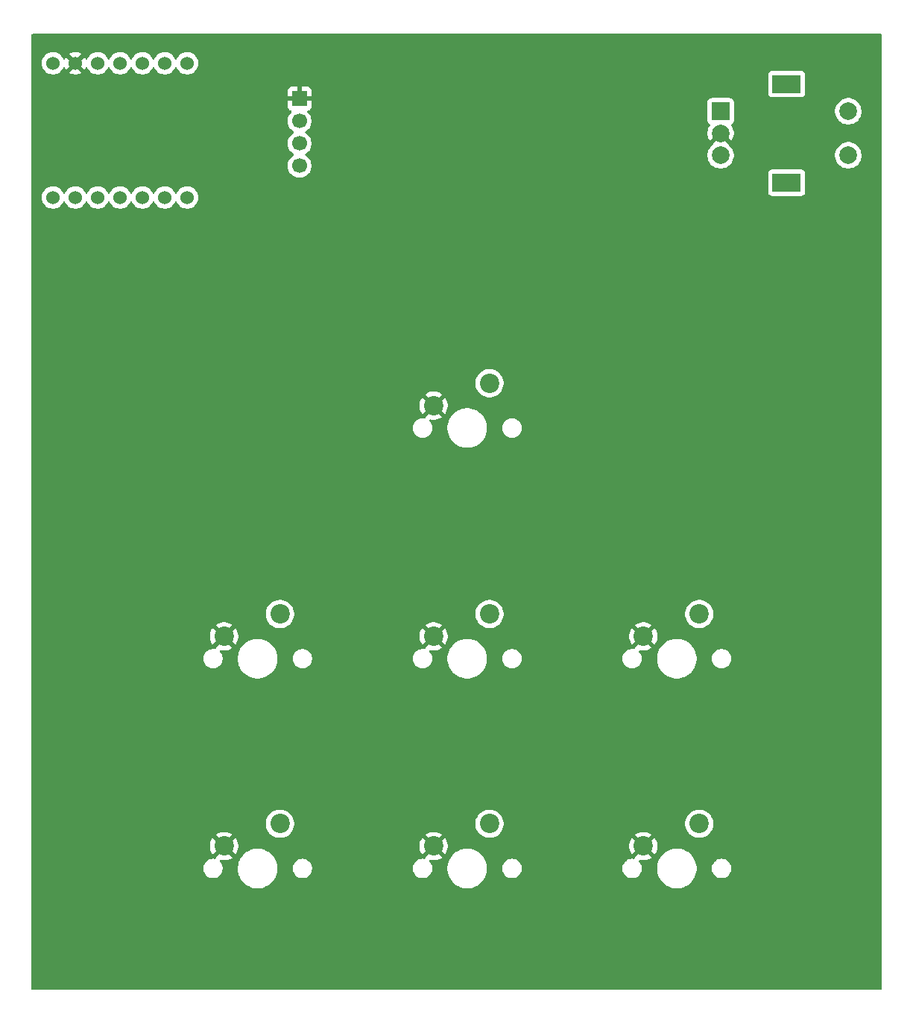
<source format=gbr>
%TF.GenerationSoftware,KiCad,Pcbnew,9.0.6*%
%TF.CreationDate,2025-11-29T00:05:12+05:00*%
%TF.ProjectId,_autosave-hackpad,5f617574-6f73-4617-9665-2d6861636b70,rev?*%
%TF.SameCoordinates,Original*%
%TF.FileFunction,Copper,L2,Bot*%
%TF.FilePolarity,Positive*%
%FSLAX46Y46*%
G04 Gerber Fmt 4.6, Leading zero omitted, Abs format (unit mm)*
G04 Created by KiCad (PCBNEW 9.0.6) date 2025-11-29 00:05:12*
%MOMM*%
%LPD*%
G01*
G04 APERTURE LIST*
%TA.AperFunction,ComponentPad*%
%ADD10C,1.700000*%
%TD*%
%TA.AperFunction,ComponentPad*%
%ADD11R,1.700000X1.700000*%
%TD*%
%TA.AperFunction,ComponentPad*%
%ADD12C,2.200000*%
%TD*%
%TA.AperFunction,ComponentPad*%
%ADD13C,1.524000*%
%TD*%
%TA.AperFunction,ComponentPad*%
%ADD14R,2.000000X2.000000*%
%TD*%
%TA.AperFunction,ComponentPad*%
%ADD15C,2.000000*%
%TD*%
%TA.AperFunction,ComponentPad*%
%ADD16R,3.200000X2.000000*%
%TD*%
G04 APERTURE END LIST*
D10*
%TO.P,VCC1,4,Pin_4*%
%TO.N,Net-(U1-GPIO6{slash}SDA)*%
X119062500Y-60722500D03*
%TO.P,VCC1,3,Pin_3*%
%TO.N,Net-(U1-GPIO7{slash}SCL)*%
X119062500Y-58182500D03*
%TO.P,VCC1,2,Pin_2*%
%TO.N,Net-(U1-3V3)*%
X119062500Y-55642500D03*
D11*
%TO.P,VCC1,1,Pin_1*%
%TO.N,/GND*%
X119062500Y-53102500D03*
%TD*%
D12*
%TO.P,SW6,1,1*%
%TO.N,Net-(U1-GPIO4{slash}MISO)*%
X164465000Y-135413750D03*
%TO.P,SW6,2,2*%
%TO.N,/GND*%
X158115000Y-137953750D03*
%TD*%
%TO.P,SW3,1,1*%
%TO.N,Net-(U1-GPIO28{slash}ADC2{slash}A2)*%
X164465000Y-111601250D03*
%TO.P,SW3,2,2*%
%TO.N,/GND*%
X158115000Y-114141250D03*
%TD*%
%TO.P,SW4,1,1*%
%TO.N,Net-(U1-GPIO29{slash}ADC3{slash}A3)*%
X116840000Y-135413750D03*
%TO.P,SW4,2,2*%
%TO.N,/GND*%
X110490000Y-137953750D03*
%TD*%
D13*
%TO.P,U1,14,VBUS*%
%TO.N,unconnected-(U1-VBUS-Pad14)*%
X91048500Y-49080000D03*
%TO.P,U1,13,GND*%
%TO.N,/GND*%
X93588500Y-49080000D03*
%TO.P,U1,12,3V3*%
%TO.N,Net-(U1-3V3)*%
X96128500Y-49080000D03*
%TO.P,U1,11,GPIO3/MOSI*%
%TO.N,Net-(U1-GPIO3{slash}MOSI)*%
X98668500Y-49080000D03*
%TO.P,U1,10,GPIO4/MISO*%
%TO.N,Net-(U1-GPIO4{slash}MISO)*%
X101208500Y-49080000D03*
%TO.P,U1,9,GPIO2/SCK*%
%TO.N,Net-(U1-GPIO2{slash}SCK)*%
X103748500Y-49080000D03*
%TO.P,U1,8,GPIO1/RX*%
%TO.N,Net-(U1-GPIO1{slash}RX)*%
X106288500Y-49080000D03*
%TO.P,U1,7,GPIO0/TX*%
%TO.N,Net-(U1-GPIO0{slash}TX)*%
X106288500Y-64320000D03*
%TO.P,U1,6,GPIO7/SCL*%
%TO.N,Net-(U1-GPIO7{slash}SCL)*%
X103748500Y-64320000D03*
%TO.P,U1,5,GPIO6/SDA*%
%TO.N,Net-(U1-GPIO6{slash}SDA)*%
X101208500Y-64320000D03*
%TO.P,U1,4,GPIO29/ADC3/A3*%
%TO.N,Net-(U1-GPIO29{slash}ADC3{slash}A3)*%
X98668500Y-64320000D03*
%TO.P,U1,3,GPIO28/ADC2/A2*%
%TO.N,Net-(U1-GPIO28{slash}ADC2{slash}A2)*%
X96128500Y-64320000D03*
%TO.P,U1,2,GPIO27/ADC1/A1*%
%TO.N,Net-(U1-GPIO27{slash}ADC1{slash}A1)*%
X93588500Y-64320000D03*
%TO.P,U1,1,GPIO26/ADC0/A0*%
%TO.N,Net-(U1-GPIO26{slash}ADC0{slash}A0)*%
X91048500Y-64320000D03*
%TD*%
D14*
%TO.P,ENC1,A,A*%
%TO.N,Net-(U1-GPIO0{slash}TX)*%
X166898750Y-54531250D03*
D15*
%TO.P,ENC1,B,B*%
%TO.N,Net-(U1-GPIO1{slash}RX)*%
X166898750Y-59531250D03*
%TO.P,ENC1,C,C*%
%TO.N,/GND*%
X166898750Y-57031250D03*
D16*
%TO.P,ENC1,MP*%
%TO.N,N/C*%
X174398750Y-51431250D03*
X174398750Y-62631250D03*
D15*
%TO.P,ENC1,S1*%
X181398750Y-59531250D03*
%TO.P,ENC1,S2*%
X181398750Y-54531250D03*
%TD*%
D12*
%TO.P,SW2,1,1*%
%TO.N,Net-(U1-GPIO27{slash}ADC1{slash}A1)*%
X140652500Y-111601250D03*
%TO.P,SW2,2,2*%
%TO.N,/GND*%
X134302500Y-114141250D03*
%TD*%
%TO.P,SW1,1,1*%
%TO.N,Net-(U1-GPIO26{slash}ADC0{slash}A0)*%
X116840000Y-111601250D03*
%TO.P,SW1,2,2*%
%TO.N,/GND*%
X110490000Y-114141250D03*
%TD*%
%TO.P,SW7,1,1*%
%TO.N,Net-(U1-GPIO3{slash}MOSI)*%
X140652500Y-85407500D03*
%TO.P,SW7,2,2*%
%TO.N,/GND*%
X134302500Y-87947500D03*
%TD*%
%TO.P,SW5,1,1*%
%TO.N,Net-(U1-GPIO2{slash}SCK)*%
X140652500Y-135413750D03*
%TO.P,SW5,2,2*%
%TO.N,/GND*%
X134302500Y-137953750D03*
%TD*%
%TA.AperFunction,Conductor*%
%TO.N,/GND*%
G36*
X185180039Y-45763935D02*
G01*
X185225794Y-45816739D01*
X185237000Y-45868250D01*
X185237000Y-154156750D01*
X185217315Y-154223789D01*
X185164511Y-154269544D01*
X185113000Y-154280750D01*
X88730750Y-154280750D01*
X88663711Y-154261065D01*
X88617956Y-154208261D01*
X88606750Y-154156750D01*
X88606750Y-140407139D01*
X108119500Y-140407139D01*
X108119500Y-140580361D01*
X108146598Y-140751451D01*
X108200127Y-140916195D01*
X108278768Y-141070538D01*
X108380586Y-141210678D01*
X108503072Y-141333164D01*
X108643212Y-141434982D01*
X108797555Y-141513623D01*
X108962299Y-141567152D01*
X109133389Y-141594250D01*
X109133390Y-141594250D01*
X109306610Y-141594250D01*
X109306611Y-141594250D01*
X109477701Y-141567152D01*
X109642445Y-141513623D01*
X109796788Y-141434982D01*
X109936928Y-141333164D01*
X110059414Y-141210678D01*
X110161232Y-141070538D01*
X110239873Y-140916195D01*
X110293402Y-140751451D01*
X110320500Y-140580361D01*
X110320500Y-140407139D01*
X110310854Y-140346236D01*
X112049500Y-140346236D01*
X112049500Y-140641263D01*
X112081571Y-140884863D01*
X112088007Y-140933743D01*
X112162212Y-141210680D01*
X112164361Y-141218701D01*
X112164364Y-141218711D01*
X112277254Y-141491250D01*
X112277258Y-141491260D01*
X112424761Y-141746743D01*
X112604352Y-141980790D01*
X112604358Y-141980797D01*
X112812952Y-142189391D01*
X112812959Y-142189397D01*
X113047006Y-142368988D01*
X113302489Y-142516491D01*
X113302490Y-142516491D01*
X113302493Y-142516493D01*
X113575048Y-142629389D01*
X113860007Y-142705743D01*
X114152494Y-142744250D01*
X114152501Y-142744250D01*
X114447499Y-142744250D01*
X114447506Y-142744250D01*
X114739993Y-142705743D01*
X115024952Y-142629389D01*
X115297507Y-142516493D01*
X115552994Y-142368988D01*
X115787042Y-142189396D01*
X115995646Y-141980792D01*
X116175238Y-141746744D01*
X116322743Y-141491257D01*
X116435639Y-141218702D01*
X116511993Y-140933743D01*
X116550500Y-140641256D01*
X116550500Y-140407139D01*
X118279500Y-140407139D01*
X118279500Y-140580361D01*
X118306598Y-140751451D01*
X118360127Y-140916195D01*
X118438768Y-141070538D01*
X118540586Y-141210678D01*
X118663072Y-141333164D01*
X118803212Y-141434982D01*
X118957555Y-141513623D01*
X119122299Y-141567152D01*
X119293389Y-141594250D01*
X119293390Y-141594250D01*
X119466610Y-141594250D01*
X119466611Y-141594250D01*
X119637701Y-141567152D01*
X119802445Y-141513623D01*
X119956788Y-141434982D01*
X120096928Y-141333164D01*
X120219414Y-141210678D01*
X120321232Y-141070538D01*
X120399873Y-140916195D01*
X120453402Y-140751451D01*
X120480500Y-140580361D01*
X120480500Y-140407139D01*
X131932000Y-140407139D01*
X131932000Y-140580361D01*
X131959098Y-140751451D01*
X132012627Y-140916195D01*
X132091268Y-141070538D01*
X132193086Y-141210678D01*
X132315572Y-141333164D01*
X132455712Y-141434982D01*
X132610055Y-141513623D01*
X132774799Y-141567152D01*
X132945889Y-141594250D01*
X132945890Y-141594250D01*
X133119110Y-141594250D01*
X133119111Y-141594250D01*
X133290201Y-141567152D01*
X133454945Y-141513623D01*
X133609288Y-141434982D01*
X133749428Y-141333164D01*
X133871914Y-141210678D01*
X133973732Y-141070538D01*
X134052373Y-140916195D01*
X134105902Y-140751451D01*
X134133000Y-140580361D01*
X134133000Y-140407139D01*
X134123354Y-140346236D01*
X135862000Y-140346236D01*
X135862000Y-140641263D01*
X135894071Y-140884863D01*
X135900507Y-140933743D01*
X135974712Y-141210680D01*
X135976861Y-141218701D01*
X135976864Y-141218711D01*
X136089754Y-141491250D01*
X136089758Y-141491260D01*
X136237261Y-141746743D01*
X136416852Y-141980790D01*
X136416858Y-141980797D01*
X136625452Y-142189391D01*
X136625459Y-142189397D01*
X136859506Y-142368988D01*
X137114989Y-142516491D01*
X137114990Y-142516491D01*
X137114993Y-142516493D01*
X137387548Y-142629389D01*
X137672507Y-142705743D01*
X137964994Y-142744250D01*
X137965001Y-142744250D01*
X138259999Y-142744250D01*
X138260006Y-142744250D01*
X138552493Y-142705743D01*
X138837452Y-142629389D01*
X139110007Y-142516493D01*
X139365494Y-142368988D01*
X139599542Y-142189396D01*
X139808146Y-141980792D01*
X139987738Y-141746744D01*
X140135243Y-141491257D01*
X140248139Y-141218702D01*
X140324493Y-140933743D01*
X140363000Y-140641256D01*
X140363000Y-140407139D01*
X142092000Y-140407139D01*
X142092000Y-140580361D01*
X142119098Y-140751451D01*
X142172627Y-140916195D01*
X142251268Y-141070538D01*
X142353086Y-141210678D01*
X142475572Y-141333164D01*
X142615712Y-141434982D01*
X142770055Y-141513623D01*
X142934799Y-141567152D01*
X143105889Y-141594250D01*
X143105890Y-141594250D01*
X143279110Y-141594250D01*
X143279111Y-141594250D01*
X143450201Y-141567152D01*
X143614945Y-141513623D01*
X143769288Y-141434982D01*
X143909428Y-141333164D01*
X144031914Y-141210678D01*
X144133732Y-141070538D01*
X144212373Y-140916195D01*
X144265902Y-140751451D01*
X144293000Y-140580361D01*
X144293000Y-140407139D01*
X155744500Y-140407139D01*
X155744500Y-140580361D01*
X155771598Y-140751451D01*
X155825127Y-140916195D01*
X155903768Y-141070538D01*
X156005586Y-141210678D01*
X156128072Y-141333164D01*
X156268212Y-141434982D01*
X156422555Y-141513623D01*
X156587299Y-141567152D01*
X156758389Y-141594250D01*
X156758390Y-141594250D01*
X156931610Y-141594250D01*
X156931611Y-141594250D01*
X157102701Y-141567152D01*
X157267445Y-141513623D01*
X157421788Y-141434982D01*
X157561928Y-141333164D01*
X157684414Y-141210678D01*
X157786232Y-141070538D01*
X157864873Y-140916195D01*
X157918402Y-140751451D01*
X157945500Y-140580361D01*
X157945500Y-140407139D01*
X157935854Y-140346236D01*
X159674500Y-140346236D01*
X159674500Y-140641263D01*
X159706571Y-140884863D01*
X159713007Y-140933743D01*
X159787212Y-141210680D01*
X159789361Y-141218701D01*
X159789364Y-141218711D01*
X159902254Y-141491250D01*
X159902258Y-141491260D01*
X160049761Y-141746743D01*
X160229352Y-141980790D01*
X160229358Y-141980797D01*
X160437952Y-142189391D01*
X160437959Y-142189397D01*
X160672006Y-142368988D01*
X160927489Y-142516491D01*
X160927490Y-142516491D01*
X160927493Y-142516493D01*
X161200048Y-142629389D01*
X161485007Y-142705743D01*
X161777494Y-142744250D01*
X161777501Y-142744250D01*
X162072499Y-142744250D01*
X162072506Y-142744250D01*
X162364993Y-142705743D01*
X162649952Y-142629389D01*
X162922507Y-142516493D01*
X163177994Y-142368988D01*
X163412042Y-142189396D01*
X163620646Y-141980792D01*
X163800238Y-141746744D01*
X163947743Y-141491257D01*
X164060639Y-141218702D01*
X164136993Y-140933743D01*
X164175500Y-140641256D01*
X164175500Y-140407139D01*
X165904500Y-140407139D01*
X165904500Y-140580361D01*
X165931598Y-140751451D01*
X165985127Y-140916195D01*
X166063768Y-141070538D01*
X166165586Y-141210678D01*
X166288072Y-141333164D01*
X166428212Y-141434982D01*
X166582555Y-141513623D01*
X166747299Y-141567152D01*
X166918389Y-141594250D01*
X166918390Y-141594250D01*
X167091610Y-141594250D01*
X167091611Y-141594250D01*
X167262701Y-141567152D01*
X167427445Y-141513623D01*
X167581788Y-141434982D01*
X167721928Y-141333164D01*
X167844414Y-141210678D01*
X167946232Y-141070538D01*
X168024873Y-140916195D01*
X168078402Y-140751451D01*
X168105500Y-140580361D01*
X168105500Y-140407139D01*
X168078402Y-140236049D01*
X168024873Y-140071305D01*
X167946232Y-139916962D01*
X167844414Y-139776822D01*
X167721928Y-139654336D01*
X167581788Y-139552518D01*
X167427445Y-139473877D01*
X167262701Y-139420348D01*
X167262699Y-139420347D01*
X167262698Y-139420347D01*
X167131271Y-139399531D01*
X167091611Y-139393250D01*
X166918389Y-139393250D01*
X166878728Y-139399531D01*
X166747302Y-139420347D01*
X166582552Y-139473878D01*
X166428211Y-139552518D01*
X166372115Y-139593275D01*
X166288072Y-139654336D01*
X166288070Y-139654338D01*
X166288069Y-139654338D01*
X166165588Y-139776819D01*
X166165588Y-139776820D01*
X166165586Y-139776822D01*
X166121859Y-139837006D01*
X166063768Y-139916961D01*
X165985128Y-140071302D01*
X165931597Y-140236052D01*
X165904500Y-140407139D01*
X164175500Y-140407139D01*
X164175500Y-140346244D01*
X164136993Y-140053757D01*
X164060639Y-139768798D01*
X163947743Y-139496243D01*
X163897604Y-139409400D01*
X163800238Y-139240756D01*
X163620647Y-139006709D01*
X163620641Y-139006702D01*
X163412047Y-138798108D01*
X163412040Y-138798102D01*
X163177993Y-138618511D01*
X162922510Y-138471008D01*
X162922500Y-138471004D01*
X162649961Y-138358114D01*
X162649954Y-138358112D01*
X162649952Y-138358111D01*
X162364993Y-138281757D01*
X162316113Y-138275321D01*
X162072513Y-138243250D01*
X162072506Y-138243250D01*
X161777494Y-138243250D01*
X161777486Y-138243250D01*
X161499085Y-138279903D01*
X161485007Y-138281757D01*
X161310861Y-138328419D01*
X161200048Y-138358111D01*
X161200038Y-138358114D01*
X160927499Y-138471004D01*
X160927489Y-138471008D01*
X160672006Y-138618511D01*
X160437959Y-138798102D01*
X160437952Y-138798108D01*
X160229358Y-139006702D01*
X160229352Y-139006709D01*
X160049761Y-139240756D01*
X159902258Y-139496239D01*
X159902254Y-139496249D01*
X159789364Y-139768788D01*
X159789361Y-139768798D01*
X159713008Y-140053754D01*
X159713006Y-140053765D01*
X159674500Y-140346236D01*
X157935854Y-140346236D01*
X157918402Y-140236049D01*
X157864873Y-140071305D01*
X157786232Y-139916962D01*
X157684414Y-139776822D01*
X157631882Y-139724290D01*
X157598397Y-139662967D01*
X157603381Y-139593275D01*
X157645253Y-139537342D01*
X157710717Y-139512925D01*
X157738961Y-139514136D01*
X157989072Y-139553750D01*
X158240928Y-139553750D01*
X158489669Y-139514352D01*
X158729184Y-139436530D01*
X158953575Y-139322196D01*
X158953581Y-139322192D01*
X159055697Y-139248000D01*
X159055698Y-139248000D01*
X158439025Y-138631328D01*
X158470258Y-138618391D01*
X158593097Y-138536313D01*
X158697563Y-138431847D01*
X158779641Y-138309008D01*
X158792578Y-138277775D01*
X159409250Y-138894448D01*
X159409250Y-138894447D01*
X159483442Y-138792331D01*
X159483446Y-138792325D01*
X159597780Y-138567934D01*
X159675602Y-138328419D01*
X159715000Y-138079678D01*
X159715000Y-137827821D01*
X159675602Y-137579080D01*
X159597780Y-137339565D01*
X159483442Y-137115166D01*
X159409250Y-137013051D01*
X159409250Y-137013050D01*
X158792577Y-137629723D01*
X158779641Y-137598492D01*
X158697563Y-137475653D01*
X158593097Y-137371187D01*
X158470258Y-137289109D01*
X158439024Y-137276171D01*
X159055698Y-136659498D01*
X158953583Y-136585307D01*
X158729184Y-136470969D01*
X158489669Y-136393147D01*
X158240928Y-136353750D01*
X157989072Y-136353750D01*
X157740330Y-136393147D01*
X157500815Y-136470969D01*
X157276413Y-136585309D01*
X157174301Y-136659497D01*
X157174300Y-136659498D01*
X157790974Y-137276171D01*
X157759742Y-137289109D01*
X157636903Y-137371187D01*
X157532437Y-137475653D01*
X157450359Y-137598492D01*
X157437421Y-137629724D01*
X156820748Y-137013050D01*
X156820747Y-137013051D01*
X156746559Y-137115163D01*
X156632219Y-137339565D01*
X156554397Y-137579080D01*
X156515000Y-137827821D01*
X156515000Y-138079678D01*
X156554397Y-138328419D01*
X156632219Y-138567934D01*
X156746557Y-138792333D01*
X156820748Y-138894447D01*
X156820748Y-138894448D01*
X157437421Y-138277774D01*
X157450359Y-138309008D01*
X157532437Y-138431847D01*
X157636903Y-138536313D01*
X157759742Y-138618391D01*
X157790974Y-138631327D01*
X157174300Y-139248000D01*
X157176598Y-139277199D01*
X157162233Y-139345577D01*
X157113181Y-139395333D01*
X157045016Y-139410671D01*
X157033583Y-139409400D01*
X156931611Y-139393250D01*
X156758389Y-139393250D01*
X156718728Y-139399531D01*
X156587302Y-139420347D01*
X156422552Y-139473878D01*
X156268211Y-139552518D01*
X156212115Y-139593275D01*
X156128072Y-139654336D01*
X156128070Y-139654338D01*
X156128069Y-139654338D01*
X156005588Y-139776819D01*
X156005588Y-139776820D01*
X156005586Y-139776822D01*
X155961859Y-139837006D01*
X155903768Y-139916961D01*
X155825128Y-140071302D01*
X155771597Y-140236052D01*
X155744500Y-140407139D01*
X144293000Y-140407139D01*
X144265902Y-140236049D01*
X144212373Y-140071305D01*
X144133732Y-139916962D01*
X144031914Y-139776822D01*
X143909428Y-139654336D01*
X143769288Y-139552518D01*
X143614945Y-139473877D01*
X143450201Y-139420348D01*
X143450199Y-139420347D01*
X143450198Y-139420347D01*
X143318771Y-139399531D01*
X143279111Y-139393250D01*
X143105889Y-139393250D01*
X143066228Y-139399531D01*
X142934802Y-139420347D01*
X142770052Y-139473878D01*
X142615711Y-139552518D01*
X142559615Y-139593275D01*
X142475572Y-139654336D01*
X142475570Y-139654338D01*
X142475569Y-139654338D01*
X142353088Y-139776819D01*
X142353088Y-139776820D01*
X142353086Y-139776822D01*
X142309359Y-139837006D01*
X142251268Y-139916961D01*
X142172628Y-140071302D01*
X142119097Y-140236052D01*
X142092000Y-140407139D01*
X140363000Y-140407139D01*
X140363000Y-140346244D01*
X140324493Y-140053757D01*
X140248139Y-139768798D01*
X140135243Y-139496243D01*
X140085104Y-139409400D01*
X139987738Y-139240756D01*
X139808147Y-139006709D01*
X139808141Y-139006702D01*
X139599547Y-138798108D01*
X139599540Y-138798102D01*
X139365493Y-138618511D01*
X139110010Y-138471008D01*
X139110000Y-138471004D01*
X138837461Y-138358114D01*
X138837454Y-138358112D01*
X138837452Y-138358111D01*
X138552493Y-138281757D01*
X138503613Y-138275321D01*
X138260013Y-138243250D01*
X138260006Y-138243250D01*
X137964994Y-138243250D01*
X137964986Y-138243250D01*
X137686585Y-138279903D01*
X137672507Y-138281757D01*
X137498361Y-138328419D01*
X137387548Y-138358111D01*
X137387538Y-138358114D01*
X137114999Y-138471004D01*
X137114989Y-138471008D01*
X136859506Y-138618511D01*
X136625459Y-138798102D01*
X136625452Y-138798108D01*
X136416858Y-139006702D01*
X136416852Y-139006709D01*
X136237261Y-139240756D01*
X136089758Y-139496239D01*
X136089754Y-139496249D01*
X135976864Y-139768788D01*
X135976861Y-139768798D01*
X135900508Y-140053754D01*
X135900506Y-140053765D01*
X135862000Y-140346236D01*
X134123354Y-140346236D01*
X134105902Y-140236049D01*
X134052373Y-140071305D01*
X133973732Y-139916962D01*
X133871914Y-139776822D01*
X133819382Y-139724290D01*
X133785897Y-139662967D01*
X133790881Y-139593275D01*
X133832753Y-139537342D01*
X133898217Y-139512925D01*
X133926461Y-139514136D01*
X134176572Y-139553750D01*
X134428428Y-139553750D01*
X134677169Y-139514352D01*
X134916684Y-139436530D01*
X135141075Y-139322196D01*
X135141081Y-139322192D01*
X135243197Y-139248000D01*
X135243198Y-139248000D01*
X134626525Y-138631328D01*
X134657758Y-138618391D01*
X134780597Y-138536313D01*
X134885063Y-138431847D01*
X134967141Y-138309008D01*
X134980078Y-138277775D01*
X135596750Y-138894448D01*
X135596750Y-138894447D01*
X135670942Y-138792331D01*
X135670946Y-138792325D01*
X135785280Y-138567934D01*
X135863102Y-138328419D01*
X135902500Y-138079678D01*
X135902500Y-137827821D01*
X135863102Y-137579080D01*
X135785280Y-137339565D01*
X135670942Y-137115166D01*
X135596750Y-137013051D01*
X135596750Y-137013050D01*
X134980077Y-137629723D01*
X134967141Y-137598492D01*
X134885063Y-137475653D01*
X134780597Y-137371187D01*
X134657758Y-137289109D01*
X134626524Y-137276171D01*
X135243198Y-136659498D01*
X135141083Y-136585307D01*
X134916684Y-136470969D01*
X134677169Y-136393147D01*
X134428428Y-136353750D01*
X134176572Y-136353750D01*
X133927830Y-136393147D01*
X133688315Y-136470969D01*
X133463913Y-136585309D01*
X133361801Y-136659497D01*
X133361800Y-136659498D01*
X133978474Y-137276171D01*
X133947242Y-137289109D01*
X133824403Y-137371187D01*
X133719937Y-137475653D01*
X133637859Y-137598492D01*
X133624921Y-137629724D01*
X133008248Y-137013050D01*
X133008247Y-137013051D01*
X132934059Y-137115163D01*
X132819719Y-137339565D01*
X132741897Y-137579080D01*
X132702500Y-137827821D01*
X132702500Y-138079678D01*
X132741897Y-138328419D01*
X132819719Y-138567934D01*
X132934057Y-138792333D01*
X133008248Y-138894447D01*
X133008248Y-138894448D01*
X133624921Y-138277774D01*
X133637859Y-138309008D01*
X133719937Y-138431847D01*
X133824403Y-138536313D01*
X133947242Y-138618391D01*
X133978474Y-138631327D01*
X133361800Y-139248000D01*
X133364098Y-139277199D01*
X133349733Y-139345577D01*
X133300681Y-139395333D01*
X133232516Y-139410671D01*
X133221083Y-139409400D01*
X133119111Y-139393250D01*
X132945889Y-139393250D01*
X132906228Y-139399531D01*
X132774802Y-139420347D01*
X132610052Y-139473878D01*
X132455711Y-139552518D01*
X132399615Y-139593275D01*
X132315572Y-139654336D01*
X132315570Y-139654338D01*
X132315569Y-139654338D01*
X132193088Y-139776819D01*
X132193088Y-139776820D01*
X132193086Y-139776822D01*
X132149359Y-139837006D01*
X132091268Y-139916961D01*
X132012628Y-140071302D01*
X131959097Y-140236052D01*
X131932000Y-140407139D01*
X120480500Y-140407139D01*
X120453402Y-140236049D01*
X120399873Y-140071305D01*
X120321232Y-139916962D01*
X120219414Y-139776822D01*
X120096928Y-139654336D01*
X119956788Y-139552518D01*
X119802445Y-139473877D01*
X119637701Y-139420348D01*
X119637699Y-139420347D01*
X119637698Y-139420347D01*
X119506271Y-139399531D01*
X119466611Y-139393250D01*
X119293389Y-139393250D01*
X119253728Y-139399531D01*
X119122302Y-139420347D01*
X118957552Y-139473878D01*
X118803211Y-139552518D01*
X118747115Y-139593275D01*
X118663072Y-139654336D01*
X118663070Y-139654338D01*
X118663069Y-139654338D01*
X118540588Y-139776819D01*
X118540588Y-139776820D01*
X118540586Y-139776822D01*
X118496859Y-139837006D01*
X118438768Y-139916961D01*
X118360128Y-140071302D01*
X118306597Y-140236052D01*
X118279500Y-140407139D01*
X116550500Y-140407139D01*
X116550500Y-140346244D01*
X116511993Y-140053757D01*
X116435639Y-139768798D01*
X116322743Y-139496243D01*
X116272604Y-139409400D01*
X116175238Y-139240756D01*
X115995647Y-139006709D01*
X115995641Y-139006702D01*
X115787047Y-138798108D01*
X115787040Y-138798102D01*
X115552993Y-138618511D01*
X115297510Y-138471008D01*
X115297500Y-138471004D01*
X115024961Y-138358114D01*
X115024954Y-138358112D01*
X115024952Y-138358111D01*
X114739993Y-138281757D01*
X114691113Y-138275321D01*
X114447513Y-138243250D01*
X114447506Y-138243250D01*
X114152494Y-138243250D01*
X114152486Y-138243250D01*
X113874085Y-138279903D01*
X113860007Y-138281757D01*
X113685861Y-138328419D01*
X113575048Y-138358111D01*
X113575038Y-138358114D01*
X113302499Y-138471004D01*
X113302489Y-138471008D01*
X113047006Y-138618511D01*
X112812959Y-138798102D01*
X112812952Y-138798108D01*
X112604358Y-139006702D01*
X112604352Y-139006709D01*
X112424761Y-139240756D01*
X112277258Y-139496239D01*
X112277254Y-139496249D01*
X112164364Y-139768788D01*
X112164361Y-139768798D01*
X112088008Y-140053754D01*
X112088006Y-140053765D01*
X112049500Y-140346236D01*
X110310854Y-140346236D01*
X110293402Y-140236049D01*
X110239873Y-140071305D01*
X110161232Y-139916962D01*
X110059414Y-139776822D01*
X110006882Y-139724290D01*
X109973397Y-139662967D01*
X109978381Y-139593275D01*
X110020253Y-139537342D01*
X110085717Y-139512925D01*
X110113961Y-139514136D01*
X110364072Y-139553750D01*
X110615928Y-139553750D01*
X110864669Y-139514352D01*
X111104184Y-139436530D01*
X111328575Y-139322196D01*
X111328581Y-139322192D01*
X111430697Y-139248000D01*
X111430698Y-139248000D01*
X110814025Y-138631328D01*
X110845258Y-138618391D01*
X110968097Y-138536313D01*
X111072563Y-138431847D01*
X111154641Y-138309008D01*
X111167577Y-138277775D01*
X111784250Y-138894448D01*
X111784250Y-138894447D01*
X111858442Y-138792331D01*
X111858446Y-138792325D01*
X111972780Y-138567934D01*
X112050602Y-138328419D01*
X112090000Y-138079678D01*
X112090000Y-137827821D01*
X112050602Y-137579080D01*
X111972780Y-137339565D01*
X111858442Y-137115166D01*
X111784250Y-137013051D01*
X111784250Y-137013050D01*
X111167577Y-137629723D01*
X111154641Y-137598492D01*
X111072563Y-137475653D01*
X110968097Y-137371187D01*
X110845258Y-137289109D01*
X110814024Y-137276171D01*
X111430698Y-136659498D01*
X111328583Y-136585307D01*
X111104184Y-136470969D01*
X110864669Y-136393147D01*
X110615928Y-136353750D01*
X110364072Y-136353750D01*
X110115330Y-136393147D01*
X109875815Y-136470969D01*
X109651413Y-136585309D01*
X109549301Y-136659497D01*
X109549300Y-136659498D01*
X110165974Y-137276171D01*
X110134742Y-137289109D01*
X110011903Y-137371187D01*
X109907437Y-137475653D01*
X109825359Y-137598492D01*
X109812421Y-137629724D01*
X109195748Y-137013050D01*
X109195747Y-137013051D01*
X109121559Y-137115163D01*
X109007219Y-137339565D01*
X108929397Y-137579080D01*
X108890000Y-137827821D01*
X108890000Y-138079678D01*
X108929397Y-138328419D01*
X109007219Y-138567934D01*
X109121557Y-138792333D01*
X109195748Y-138894447D01*
X109195748Y-138894448D01*
X109812421Y-138277774D01*
X109825359Y-138309008D01*
X109907437Y-138431847D01*
X110011903Y-138536313D01*
X110134742Y-138618391D01*
X110165974Y-138631327D01*
X109549300Y-139248000D01*
X109551598Y-139277199D01*
X109537233Y-139345577D01*
X109488181Y-139395333D01*
X109420016Y-139410671D01*
X109408583Y-139409400D01*
X109306611Y-139393250D01*
X109133389Y-139393250D01*
X109093728Y-139399531D01*
X108962302Y-139420347D01*
X108797552Y-139473878D01*
X108643211Y-139552518D01*
X108587115Y-139593275D01*
X108503072Y-139654336D01*
X108503070Y-139654338D01*
X108503069Y-139654338D01*
X108380588Y-139776819D01*
X108380588Y-139776820D01*
X108380586Y-139776822D01*
X108336859Y-139837006D01*
X108278768Y-139916961D01*
X108200128Y-140071302D01*
X108146597Y-140236052D01*
X108119500Y-140407139D01*
X88606750Y-140407139D01*
X88606750Y-135287788D01*
X115239500Y-135287788D01*
X115239500Y-135539711D01*
X115278910Y-135788535D01*
X115356760Y-136028133D01*
X115471132Y-136252598D01*
X115619201Y-136456399D01*
X115619205Y-136456404D01*
X115797345Y-136634544D01*
X115797350Y-136634548D01*
X115975117Y-136763702D01*
X116001155Y-136782620D01*
X116144184Y-136855497D01*
X116225616Y-136896989D01*
X116225618Y-136896989D01*
X116225621Y-136896991D01*
X116465215Y-136974840D01*
X116714038Y-137014250D01*
X116714039Y-137014250D01*
X116965961Y-137014250D01*
X116965962Y-137014250D01*
X117214785Y-136974840D01*
X117454379Y-136896991D01*
X117678845Y-136782620D01*
X117882656Y-136634543D01*
X118060793Y-136456406D01*
X118208870Y-136252595D01*
X118323241Y-136028129D01*
X118401090Y-135788535D01*
X118440500Y-135539712D01*
X118440500Y-135287788D01*
X139052000Y-135287788D01*
X139052000Y-135539711D01*
X139091410Y-135788535D01*
X139169260Y-136028133D01*
X139283632Y-136252598D01*
X139431701Y-136456399D01*
X139431705Y-136456404D01*
X139609845Y-136634544D01*
X139609850Y-136634548D01*
X139787617Y-136763702D01*
X139813655Y-136782620D01*
X139956684Y-136855497D01*
X140038116Y-136896989D01*
X140038118Y-136896989D01*
X140038121Y-136896991D01*
X140277715Y-136974840D01*
X140526538Y-137014250D01*
X140526539Y-137014250D01*
X140778461Y-137014250D01*
X140778462Y-137014250D01*
X141027285Y-136974840D01*
X141266879Y-136896991D01*
X141491345Y-136782620D01*
X141695156Y-136634543D01*
X141873293Y-136456406D01*
X142021370Y-136252595D01*
X142135741Y-136028129D01*
X142213590Y-135788535D01*
X142253000Y-135539712D01*
X142253000Y-135287788D01*
X162864500Y-135287788D01*
X162864500Y-135539711D01*
X162903910Y-135788535D01*
X162981760Y-136028133D01*
X163096132Y-136252598D01*
X163244201Y-136456399D01*
X163244205Y-136456404D01*
X163422345Y-136634544D01*
X163422350Y-136634548D01*
X163600117Y-136763702D01*
X163626155Y-136782620D01*
X163769184Y-136855497D01*
X163850616Y-136896989D01*
X163850618Y-136896989D01*
X163850621Y-136896991D01*
X164090215Y-136974840D01*
X164339038Y-137014250D01*
X164339039Y-137014250D01*
X164590961Y-137014250D01*
X164590962Y-137014250D01*
X164839785Y-136974840D01*
X165079379Y-136896991D01*
X165303845Y-136782620D01*
X165507656Y-136634543D01*
X165685793Y-136456406D01*
X165833870Y-136252595D01*
X165948241Y-136028129D01*
X166026090Y-135788535D01*
X166065500Y-135539712D01*
X166065500Y-135287788D01*
X166026090Y-135038965D01*
X165948241Y-134799371D01*
X165948239Y-134799368D01*
X165948239Y-134799366D01*
X165906747Y-134717934D01*
X165833870Y-134574905D01*
X165814952Y-134548867D01*
X165685798Y-134371100D01*
X165685794Y-134371095D01*
X165507654Y-134192955D01*
X165507649Y-134192951D01*
X165303848Y-134044882D01*
X165303847Y-134044881D01*
X165303845Y-134044880D01*
X165233747Y-134009163D01*
X165079383Y-133930510D01*
X164839785Y-133852660D01*
X164590962Y-133813250D01*
X164339038Y-133813250D01*
X164214626Y-133832955D01*
X164090214Y-133852660D01*
X163850616Y-133930510D01*
X163626151Y-134044882D01*
X163422350Y-134192951D01*
X163422345Y-134192955D01*
X163244205Y-134371095D01*
X163244201Y-134371100D01*
X163096132Y-134574901D01*
X162981760Y-134799366D01*
X162903910Y-135038964D01*
X162864500Y-135287788D01*
X142253000Y-135287788D01*
X142213590Y-135038965D01*
X142135741Y-134799371D01*
X142135739Y-134799368D01*
X142135739Y-134799366D01*
X142094247Y-134717934D01*
X142021370Y-134574905D01*
X142002452Y-134548867D01*
X141873298Y-134371100D01*
X141873294Y-134371095D01*
X141695154Y-134192955D01*
X141695149Y-134192951D01*
X141491348Y-134044882D01*
X141491347Y-134044881D01*
X141491345Y-134044880D01*
X141421247Y-134009163D01*
X141266883Y-133930510D01*
X141027285Y-133852660D01*
X140778462Y-133813250D01*
X140526538Y-133813250D01*
X140402126Y-133832955D01*
X140277714Y-133852660D01*
X140038116Y-133930510D01*
X139813651Y-134044882D01*
X139609850Y-134192951D01*
X139609845Y-134192955D01*
X139431705Y-134371095D01*
X139431701Y-134371100D01*
X139283632Y-134574901D01*
X139169260Y-134799366D01*
X139091410Y-135038964D01*
X139052000Y-135287788D01*
X118440500Y-135287788D01*
X118401090Y-135038965D01*
X118323241Y-134799371D01*
X118323239Y-134799368D01*
X118323239Y-134799366D01*
X118281747Y-134717934D01*
X118208870Y-134574905D01*
X118189952Y-134548867D01*
X118060798Y-134371100D01*
X118060794Y-134371095D01*
X117882654Y-134192955D01*
X117882649Y-134192951D01*
X117678848Y-134044882D01*
X117678847Y-134044881D01*
X117678845Y-134044880D01*
X117608747Y-134009163D01*
X117454383Y-133930510D01*
X117214785Y-133852660D01*
X116965962Y-133813250D01*
X116714038Y-133813250D01*
X116589626Y-133832955D01*
X116465214Y-133852660D01*
X116225616Y-133930510D01*
X116001151Y-134044882D01*
X115797350Y-134192951D01*
X115797345Y-134192955D01*
X115619205Y-134371095D01*
X115619201Y-134371100D01*
X115471132Y-134574901D01*
X115356760Y-134799366D01*
X115278910Y-135038964D01*
X115239500Y-135287788D01*
X88606750Y-135287788D01*
X88606750Y-116594639D01*
X108119500Y-116594639D01*
X108119500Y-116767861D01*
X108146598Y-116938951D01*
X108200127Y-117103695D01*
X108278768Y-117258038D01*
X108380586Y-117398178D01*
X108503072Y-117520664D01*
X108643212Y-117622482D01*
X108797555Y-117701123D01*
X108962299Y-117754652D01*
X109133389Y-117781750D01*
X109133390Y-117781750D01*
X109306610Y-117781750D01*
X109306611Y-117781750D01*
X109477701Y-117754652D01*
X109642445Y-117701123D01*
X109796788Y-117622482D01*
X109936928Y-117520664D01*
X110059414Y-117398178D01*
X110161232Y-117258038D01*
X110239873Y-117103695D01*
X110293402Y-116938951D01*
X110320500Y-116767861D01*
X110320500Y-116594639D01*
X110310854Y-116533736D01*
X112049500Y-116533736D01*
X112049500Y-116828763D01*
X112081571Y-117072363D01*
X112088007Y-117121243D01*
X112162212Y-117398180D01*
X112164361Y-117406201D01*
X112164364Y-117406211D01*
X112277254Y-117678750D01*
X112277258Y-117678760D01*
X112424761Y-117934243D01*
X112604352Y-118168290D01*
X112604358Y-118168297D01*
X112812952Y-118376891D01*
X112812959Y-118376897D01*
X113047006Y-118556488D01*
X113302489Y-118703991D01*
X113302490Y-118703991D01*
X113302493Y-118703993D01*
X113575048Y-118816889D01*
X113860007Y-118893243D01*
X114152494Y-118931750D01*
X114152501Y-118931750D01*
X114447499Y-118931750D01*
X114447506Y-118931750D01*
X114739993Y-118893243D01*
X115024952Y-118816889D01*
X115297507Y-118703993D01*
X115552994Y-118556488D01*
X115787042Y-118376896D01*
X115995646Y-118168292D01*
X116175238Y-117934244D01*
X116322743Y-117678757D01*
X116435639Y-117406202D01*
X116511993Y-117121243D01*
X116550500Y-116828756D01*
X116550500Y-116594639D01*
X118279500Y-116594639D01*
X118279500Y-116767861D01*
X118306598Y-116938951D01*
X118360127Y-117103695D01*
X118438768Y-117258038D01*
X118540586Y-117398178D01*
X118663072Y-117520664D01*
X118803212Y-117622482D01*
X118957555Y-117701123D01*
X119122299Y-117754652D01*
X119293389Y-117781750D01*
X119293390Y-117781750D01*
X119466610Y-117781750D01*
X119466611Y-117781750D01*
X119637701Y-117754652D01*
X119802445Y-117701123D01*
X119956788Y-117622482D01*
X120096928Y-117520664D01*
X120219414Y-117398178D01*
X120321232Y-117258038D01*
X120399873Y-117103695D01*
X120453402Y-116938951D01*
X120480500Y-116767861D01*
X120480500Y-116594639D01*
X131932000Y-116594639D01*
X131932000Y-116767861D01*
X131959098Y-116938951D01*
X132012627Y-117103695D01*
X132091268Y-117258038D01*
X132193086Y-117398178D01*
X132315572Y-117520664D01*
X132455712Y-117622482D01*
X132610055Y-117701123D01*
X132774799Y-117754652D01*
X132945889Y-117781750D01*
X132945890Y-117781750D01*
X133119110Y-117781750D01*
X133119111Y-117781750D01*
X133290201Y-117754652D01*
X133454945Y-117701123D01*
X133609288Y-117622482D01*
X133749428Y-117520664D01*
X133871914Y-117398178D01*
X133973732Y-117258038D01*
X134052373Y-117103695D01*
X134105902Y-116938951D01*
X134133000Y-116767861D01*
X134133000Y-116594639D01*
X134123354Y-116533736D01*
X135862000Y-116533736D01*
X135862000Y-116828763D01*
X135894071Y-117072363D01*
X135900507Y-117121243D01*
X135974712Y-117398180D01*
X135976861Y-117406201D01*
X135976864Y-117406211D01*
X136089754Y-117678750D01*
X136089758Y-117678760D01*
X136237261Y-117934243D01*
X136416852Y-118168290D01*
X136416858Y-118168297D01*
X136625452Y-118376891D01*
X136625459Y-118376897D01*
X136859506Y-118556488D01*
X137114989Y-118703991D01*
X137114990Y-118703991D01*
X137114993Y-118703993D01*
X137387548Y-118816889D01*
X137672507Y-118893243D01*
X137964994Y-118931750D01*
X137965001Y-118931750D01*
X138259999Y-118931750D01*
X138260006Y-118931750D01*
X138552493Y-118893243D01*
X138837452Y-118816889D01*
X139110007Y-118703993D01*
X139365494Y-118556488D01*
X139599542Y-118376896D01*
X139808146Y-118168292D01*
X139987738Y-117934244D01*
X140135243Y-117678757D01*
X140248139Y-117406202D01*
X140324493Y-117121243D01*
X140363000Y-116828756D01*
X140363000Y-116594639D01*
X142092000Y-116594639D01*
X142092000Y-116767861D01*
X142119098Y-116938951D01*
X142172627Y-117103695D01*
X142251268Y-117258038D01*
X142353086Y-117398178D01*
X142475572Y-117520664D01*
X142615712Y-117622482D01*
X142770055Y-117701123D01*
X142934799Y-117754652D01*
X143105889Y-117781750D01*
X143105890Y-117781750D01*
X143279110Y-117781750D01*
X143279111Y-117781750D01*
X143450201Y-117754652D01*
X143614945Y-117701123D01*
X143769288Y-117622482D01*
X143909428Y-117520664D01*
X144031914Y-117398178D01*
X144133732Y-117258038D01*
X144212373Y-117103695D01*
X144265902Y-116938951D01*
X144293000Y-116767861D01*
X144293000Y-116594639D01*
X155744500Y-116594639D01*
X155744500Y-116767861D01*
X155771598Y-116938951D01*
X155825127Y-117103695D01*
X155903768Y-117258038D01*
X156005586Y-117398178D01*
X156128072Y-117520664D01*
X156268212Y-117622482D01*
X156422555Y-117701123D01*
X156587299Y-117754652D01*
X156758389Y-117781750D01*
X156758390Y-117781750D01*
X156931610Y-117781750D01*
X156931611Y-117781750D01*
X157102701Y-117754652D01*
X157267445Y-117701123D01*
X157421788Y-117622482D01*
X157561928Y-117520664D01*
X157684414Y-117398178D01*
X157786232Y-117258038D01*
X157864873Y-117103695D01*
X157918402Y-116938951D01*
X157945500Y-116767861D01*
X157945500Y-116594639D01*
X157935854Y-116533736D01*
X159674500Y-116533736D01*
X159674500Y-116828763D01*
X159706571Y-117072363D01*
X159713007Y-117121243D01*
X159787212Y-117398180D01*
X159789361Y-117406201D01*
X159789364Y-117406211D01*
X159902254Y-117678750D01*
X159902258Y-117678760D01*
X160049761Y-117934243D01*
X160229352Y-118168290D01*
X160229358Y-118168297D01*
X160437952Y-118376891D01*
X160437959Y-118376897D01*
X160672006Y-118556488D01*
X160927489Y-118703991D01*
X160927490Y-118703991D01*
X160927493Y-118703993D01*
X161200048Y-118816889D01*
X161485007Y-118893243D01*
X161777494Y-118931750D01*
X161777501Y-118931750D01*
X162072499Y-118931750D01*
X162072506Y-118931750D01*
X162364993Y-118893243D01*
X162649952Y-118816889D01*
X162922507Y-118703993D01*
X163177994Y-118556488D01*
X163412042Y-118376896D01*
X163620646Y-118168292D01*
X163800238Y-117934244D01*
X163947743Y-117678757D01*
X164060639Y-117406202D01*
X164136993Y-117121243D01*
X164175500Y-116828756D01*
X164175500Y-116594639D01*
X165904500Y-116594639D01*
X165904500Y-116767861D01*
X165931598Y-116938951D01*
X165985127Y-117103695D01*
X166063768Y-117258038D01*
X166165586Y-117398178D01*
X166288072Y-117520664D01*
X166428212Y-117622482D01*
X166582555Y-117701123D01*
X166747299Y-117754652D01*
X166918389Y-117781750D01*
X166918390Y-117781750D01*
X167091610Y-117781750D01*
X167091611Y-117781750D01*
X167262701Y-117754652D01*
X167427445Y-117701123D01*
X167581788Y-117622482D01*
X167721928Y-117520664D01*
X167844414Y-117398178D01*
X167946232Y-117258038D01*
X168024873Y-117103695D01*
X168078402Y-116938951D01*
X168105500Y-116767861D01*
X168105500Y-116594639D01*
X168078402Y-116423549D01*
X168024873Y-116258805D01*
X167946232Y-116104462D01*
X167844414Y-115964322D01*
X167721928Y-115841836D01*
X167581788Y-115740018D01*
X167427445Y-115661377D01*
X167262701Y-115607848D01*
X167262699Y-115607847D01*
X167262698Y-115607847D01*
X167131271Y-115587031D01*
X167091611Y-115580750D01*
X166918389Y-115580750D01*
X166878728Y-115587031D01*
X166747302Y-115607847D01*
X166582552Y-115661378D01*
X166428211Y-115740018D01*
X166372115Y-115780775D01*
X166288072Y-115841836D01*
X166288070Y-115841838D01*
X166288069Y-115841838D01*
X166165588Y-115964319D01*
X166165588Y-115964320D01*
X166165586Y-115964322D01*
X166121859Y-116024506D01*
X166063768Y-116104461D01*
X165985128Y-116258802D01*
X165931597Y-116423552D01*
X165904500Y-116594639D01*
X164175500Y-116594639D01*
X164175500Y-116533744D01*
X164136993Y-116241257D01*
X164060639Y-115956298D01*
X163947743Y-115683743D01*
X163897604Y-115596900D01*
X163800238Y-115428256D01*
X163620647Y-115194209D01*
X163620641Y-115194202D01*
X163412047Y-114985608D01*
X163412040Y-114985602D01*
X163177993Y-114806011D01*
X162922510Y-114658508D01*
X162922500Y-114658504D01*
X162649961Y-114545614D01*
X162649954Y-114545612D01*
X162649952Y-114545611D01*
X162364993Y-114469257D01*
X162316113Y-114462821D01*
X162072513Y-114430750D01*
X162072506Y-114430750D01*
X161777494Y-114430750D01*
X161777486Y-114430750D01*
X161499085Y-114467403D01*
X161485007Y-114469257D01*
X161310861Y-114515919D01*
X161200048Y-114545611D01*
X161200038Y-114545614D01*
X160927499Y-114658504D01*
X160927489Y-114658508D01*
X160672006Y-114806011D01*
X160437959Y-114985602D01*
X160437952Y-114985608D01*
X160229358Y-115194202D01*
X160229352Y-115194209D01*
X160049761Y-115428256D01*
X159902258Y-115683739D01*
X159902254Y-115683749D01*
X159789364Y-115956288D01*
X159789361Y-115956298D01*
X159713008Y-116241254D01*
X159713006Y-116241265D01*
X159674500Y-116533736D01*
X157935854Y-116533736D01*
X157918402Y-116423549D01*
X157864873Y-116258805D01*
X157786232Y-116104462D01*
X157684414Y-115964322D01*
X157631882Y-115911790D01*
X157598397Y-115850467D01*
X157603381Y-115780775D01*
X157645253Y-115724842D01*
X157710717Y-115700425D01*
X157738961Y-115701636D01*
X157989072Y-115741250D01*
X158240928Y-115741250D01*
X158489669Y-115701852D01*
X158729184Y-115624030D01*
X158953575Y-115509696D01*
X158953581Y-115509692D01*
X159055697Y-115435500D01*
X159055698Y-115435500D01*
X158439025Y-114818828D01*
X158470258Y-114805891D01*
X158593097Y-114723813D01*
X158697563Y-114619347D01*
X158779641Y-114496508D01*
X158792578Y-114465275D01*
X159409250Y-115081948D01*
X159409250Y-115081947D01*
X159483442Y-114979831D01*
X159483446Y-114979825D01*
X159597780Y-114755434D01*
X159675602Y-114515919D01*
X159715000Y-114267178D01*
X159715000Y-114015321D01*
X159675602Y-113766580D01*
X159597780Y-113527065D01*
X159483442Y-113302666D01*
X159409250Y-113200551D01*
X159409250Y-113200550D01*
X158792577Y-113817223D01*
X158779641Y-113785992D01*
X158697563Y-113663153D01*
X158593097Y-113558687D01*
X158470258Y-113476609D01*
X158439024Y-113463671D01*
X159055698Y-112846998D01*
X158953583Y-112772807D01*
X158729184Y-112658469D01*
X158489669Y-112580647D01*
X158240928Y-112541250D01*
X157989072Y-112541250D01*
X157740330Y-112580647D01*
X157500815Y-112658469D01*
X157276413Y-112772809D01*
X157174301Y-112846997D01*
X157174300Y-112846998D01*
X157790974Y-113463671D01*
X157759742Y-113476609D01*
X157636903Y-113558687D01*
X157532437Y-113663153D01*
X157450359Y-113785992D01*
X157437421Y-113817224D01*
X156820748Y-113200550D01*
X156820747Y-113200551D01*
X156746559Y-113302663D01*
X156632219Y-113527065D01*
X156554397Y-113766580D01*
X156515000Y-114015321D01*
X156515000Y-114267178D01*
X156554397Y-114515919D01*
X156632219Y-114755434D01*
X156746557Y-114979833D01*
X156820748Y-115081947D01*
X156820748Y-115081948D01*
X157437421Y-114465274D01*
X157450359Y-114496508D01*
X157532437Y-114619347D01*
X157636903Y-114723813D01*
X157759742Y-114805891D01*
X157790974Y-114818827D01*
X157174300Y-115435500D01*
X157176598Y-115464699D01*
X157162233Y-115533077D01*
X157113181Y-115582833D01*
X157045016Y-115598171D01*
X157033583Y-115596900D01*
X156931611Y-115580750D01*
X156758389Y-115580750D01*
X156718728Y-115587031D01*
X156587302Y-115607847D01*
X156422552Y-115661378D01*
X156268211Y-115740018D01*
X156212115Y-115780775D01*
X156128072Y-115841836D01*
X156128070Y-115841838D01*
X156128069Y-115841838D01*
X156005588Y-115964319D01*
X156005588Y-115964320D01*
X156005586Y-115964322D01*
X155961859Y-116024506D01*
X155903768Y-116104461D01*
X155825128Y-116258802D01*
X155771597Y-116423552D01*
X155744500Y-116594639D01*
X144293000Y-116594639D01*
X144265902Y-116423549D01*
X144212373Y-116258805D01*
X144133732Y-116104462D01*
X144031914Y-115964322D01*
X143909428Y-115841836D01*
X143769288Y-115740018D01*
X143614945Y-115661377D01*
X143450201Y-115607848D01*
X143450199Y-115607847D01*
X143450198Y-115607847D01*
X143318771Y-115587031D01*
X143279111Y-115580750D01*
X143105889Y-115580750D01*
X143066228Y-115587031D01*
X142934802Y-115607847D01*
X142770052Y-115661378D01*
X142615711Y-115740018D01*
X142559615Y-115780775D01*
X142475572Y-115841836D01*
X142475570Y-115841838D01*
X142475569Y-115841838D01*
X142353088Y-115964319D01*
X142353088Y-115964320D01*
X142353086Y-115964322D01*
X142309359Y-116024506D01*
X142251268Y-116104461D01*
X142172628Y-116258802D01*
X142119097Y-116423552D01*
X142092000Y-116594639D01*
X140363000Y-116594639D01*
X140363000Y-116533744D01*
X140324493Y-116241257D01*
X140248139Y-115956298D01*
X140135243Y-115683743D01*
X140085104Y-115596900D01*
X139987738Y-115428256D01*
X139808147Y-115194209D01*
X139808141Y-115194202D01*
X139599547Y-114985608D01*
X139599540Y-114985602D01*
X139365493Y-114806011D01*
X139110010Y-114658508D01*
X139110000Y-114658504D01*
X138837461Y-114545614D01*
X138837454Y-114545612D01*
X138837452Y-114545611D01*
X138552493Y-114469257D01*
X138503613Y-114462821D01*
X138260013Y-114430750D01*
X138260006Y-114430750D01*
X137964994Y-114430750D01*
X137964986Y-114430750D01*
X137686585Y-114467403D01*
X137672507Y-114469257D01*
X137498361Y-114515919D01*
X137387548Y-114545611D01*
X137387538Y-114545614D01*
X137114999Y-114658504D01*
X137114989Y-114658508D01*
X136859506Y-114806011D01*
X136625459Y-114985602D01*
X136625452Y-114985608D01*
X136416858Y-115194202D01*
X136416852Y-115194209D01*
X136237261Y-115428256D01*
X136089758Y-115683739D01*
X136089754Y-115683749D01*
X135976864Y-115956288D01*
X135976861Y-115956298D01*
X135900508Y-116241254D01*
X135900506Y-116241265D01*
X135862000Y-116533736D01*
X134123354Y-116533736D01*
X134105902Y-116423549D01*
X134052373Y-116258805D01*
X133973732Y-116104462D01*
X133871914Y-115964322D01*
X133819382Y-115911790D01*
X133785897Y-115850467D01*
X133790881Y-115780775D01*
X133832753Y-115724842D01*
X133898217Y-115700425D01*
X133926461Y-115701636D01*
X134176572Y-115741250D01*
X134428428Y-115741250D01*
X134677169Y-115701852D01*
X134916684Y-115624030D01*
X135141075Y-115509696D01*
X135141081Y-115509692D01*
X135243197Y-115435500D01*
X135243198Y-115435500D01*
X134626525Y-114818828D01*
X134657758Y-114805891D01*
X134780597Y-114723813D01*
X134885063Y-114619347D01*
X134967141Y-114496508D01*
X134980078Y-114465275D01*
X135596750Y-115081948D01*
X135596750Y-115081947D01*
X135670942Y-114979831D01*
X135670946Y-114979825D01*
X135785280Y-114755434D01*
X135863102Y-114515919D01*
X135902500Y-114267178D01*
X135902500Y-114015321D01*
X135863102Y-113766580D01*
X135785280Y-113527065D01*
X135670942Y-113302666D01*
X135596750Y-113200551D01*
X135596750Y-113200550D01*
X134980077Y-113817223D01*
X134967141Y-113785992D01*
X134885063Y-113663153D01*
X134780597Y-113558687D01*
X134657758Y-113476609D01*
X134626524Y-113463671D01*
X135243198Y-112846998D01*
X135141083Y-112772807D01*
X134916684Y-112658469D01*
X134677169Y-112580647D01*
X134428428Y-112541250D01*
X134176572Y-112541250D01*
X133927830Y-112580647D01*
X133688315Y-112658469D01*
X133463913Y-112772809D01*
X133361801Y-112846997D01*
X133361800Y-112846998D01*
X133978474Y-113463671D01*
X133947242Y-113476609D01*
X133824403Y-113558687D01*
X133719937Y-113663153D01*
X133637859Y-113785992D01*
X133624921Y-113817224D01*
X133008248Y-113200550D01*
X133008247Y-113200551D01*
X132934059Y-113302663D01*
X132819719Y-113527065D01*
X132741897Y-113766580D01*
X132702500Y-114015321D01*
X132702500Y-114267178D01*
X132741897Y-114515919D01*
X132819719Y-114755434D01*
X132934057Y-114979833D01*
X133008248Y-115081947D01*
X133008248Y-115081948D01*
X133624921Y-114465274D01*
X133637859Y-114496508D01*
X133719937Y-114619347D01*
X133824403Y-114723813D01*
X133947242Y-114805891D01*
X133978474Y-114818827D01*
X133361800Y-115435500D01*
X133364098Y-115464699D01*
X133349733Y-115533077D01*
X133300681Y-115582833D01*
X133232516Y-115598171D01*
X133221083Y-115596900D01*
X133119111Y-115580750D01*
X132945889Y-115580750D01*
X132906228Y-115587031D01*
X132774802Y-115607847D01*
X132610052Y-115661378D01*
X132455711Y-115740018D01*
X132399615Y-115780775D01*
X132315572Y-115841836D01*
X132315570Y-115841838D01*
X132315569Y-115841838D01*
X132193088Y-115964319D01*
X132193088Y-115964320D01*
X132193086Y-115964322D01*
X132149359Y-116024506D01*
X132091268Y-116104461D01*
X132012628Y-116258802D01*
X131959097Y-116423552D01*
X131932000Y-116594639D01*
X120480500Y-116594639D01*
X120453402Y-116423549D01*
X120399873Y-116258805D01*
X120321232Y-116104462D01*
X120219414Y-115964322D01*
X120096928Y-115841836D01*
X119956788Y-115740018D01*
X119802445Y-115661377D01*
X119637701Y-115607848D01*
X119637699Y-115607847D01*
X119637698Y-115607847D01*
X119506271Y-115587031D01*
X119466611Y-115580750D01*
X119293389Y-115580750D01*
X119253728Y-115587031D01*
X119122302Y-115607847D01*
X118957552Y-115661378D01*
X118803211Y-115740018D01*
X118747115Y-115780775D01*
X118663072Y-115841836D01*
X118663070Y-115841838D01*
X118663069Y-115841838D01*
X118540588Y-115964319D01*
X118540588Y-115964320D01*
X118540586Y-115964322D01*
X118496859Y-116024506D01*
X118438768Y-116104461D01*
X118360128Y-116258802D01*
X118306597Y-116423552D01*
X118279500Y-116594639D01*
X116550500Y-116594639D01*
X116550500Y-116533744D01*
X116511993Y-116241257D01*
X116435639Y-115956298D01*
X116322743Y-115683743D01*
X116272604Y-115596900D01*
X116175238Y-115428256D01*
X115995647Y-115194209D01*
X115995641Y-115194202D01*
X115787047Y-114985608D01*
X115787040Y-114985602D01*
X115552993Y-114806011D01*
X115297510Y-114658508D01*
X115297500Y-114658504D01*
X115024961Y-114545614D01*
X115024954Y-114545612D01*
X115024952Y-114545611D01*
X114739993Y-114469257D01*
X114691113Y-114462821D01*
X114447513Y-114430750D01*
X114447506Y-114430750D01*
X114152494Y-114430750D01*
X114152486Y-114430750D01*
X113874085Y-114467403D01*
X113860007Y-114469257D01*
X113685861Y-114515919D01*
X113575048Y-114545611D01*
X113575038Y-114545614D01*
X113302499Y-114658504D01*
X113302489Y-114658508D01*
X113047006Y-114806011D01*
X112812959Y-114985602D01*
X112812952Y-114985608D01*
X112604358Y-115194202D01*
X112604352Y-115194209D01*
X112424761Y-115428256D01*
X112277258Y-115683739D01*
X112277254Y-115683749D01*
X112164364Y-115956288D01*
X112164361Y-115956298D01*
X112088008Y-116241254D01*
X112088006Y-116241265D01*
X112049500Y-116533736D01*
X110310854Y-116533736D01*
X110293402Y-116423549D01*
X110239873Y-116258805D01*
X110161232Y-116104462D01*
X110059414Y-115964322D01*
X110006882Y-115911790D01*
X109973397Y-115850467D01*
X109978381Y-115780775D01*
X110020253Y-115724842D01*
X110085717Y-115700425D01*
X110113961Y-115701636D01*
X110364072Y-115741250D01*
X110615928Y-115741250D01*
X110864669Y-115701852D01*
X111104184Y-115624030D01*
X111328575Y-115509696D01*
X111328581Y-115509692D01*
X111430697Y-115435500D01*
X111430698Y-115435500D01*
X110814025Y-114818828D01*
X110845258Y-114805891D01*
X110968097Y-114723813D01*
X111072563Y-114619347D01*
X111154641Y-114496508D01*
X111167577Y-114465275D01*
X111784250Y-115081948D01*
X111784250Y-115081947D01*
X111858442Y-114979831D01*
X111858446Y-114979825D01*
X111972780Y-114755434D01*
X112050602Y-114515919D01*
X112090000Y-114267178D01*
X112090000Y-114015321D01*
X112050602Y-113766580D01*
X111972780Y-113527065D01*
X111858442Y-113302666D01*
X111784250Y-113200551D01*
X111784250Y-113200550D01*
X111167577Y-113817223D01*
X111154641Y-113785992D01*
X111072563Y-113663153D01*
X110968097Y-113558687D01*
X110845258Y-113476609D01*
X110814024Y-113463671D01*
X111430698Y-112846998D01*
X111328583Y-112772807D01*
X111104184Y-112658469D01*
X110864669Y-112580647D01*
X110615928Y-112541250D01*
X110364072Y-112541250D01*
X110115330Y-112580647D01*
X109875815Y-112658469D01*
X109651413Y-112772809D01*
X109549301Y-112846997D01*
X109549300Y-112846998D01*
X110165974Y-113463671D01*
X110134742Y-113476609D01*
X110011903Y-113558687D01*
X109907437Y-113663153D01*
X109825359Y-113785992D01*
X109812421Y-113817224D01*
X109195748Y-113200550D01*
X109195747Y-113200551D01*
X109121559Y-113302663D01*
X109007219Y-113527065D01*
X108929397Y-113766580D01*
X108890000Y-114015321D01*
X108890000Y-114267178D01*
X108929397Y-114515919D01*
X109007219Y-114755434D01*
X109121557Y-114979833D01*
X109195748Y-115081947D01*
X109195748Y-115081948D01*
X109812421Y-114465274D01*
X109825359Y-114496508D01*
X109907437Y-114619347D01*
X110011903Y-114723813D01*
X110134742Y-114805891D01*
X110165974Y-114818827D01*
X109549300Y-115435500D01*
X109551598Y-115464699D01*
X109537233Y-115533077D01*
X109488181Y-115582833D01*
X109420016Y-115598171D01*
X109408583Y-115596900D01*
X109306611Y-115580750D01*
X109133389Y-115580750D01*
X109093728Y-115587031D01*
X108962302Y-115607847D01*
X108797552Y-115661378D01*
X108643211Y-115740018D01*
X108587115Y-115780775D01*
X108503072Y-115841836D01*
X108503070Y-115841838D01*
X108503069Y-115841838D01*
X108380588Y-115964319D01*
X108380588Y-115964320D01*
X108380586Y-115964322D01*
X108336859Y-116024506D01*
X108278768Y-116104461D01*
X108200128Y-116258802D01*
X108146597Y-116423552D01*
X108119500Y-116594639D01*
X88606750Y-116594639D01*
X88606750Y-111475288D01*
X115239500Y-111475288D01*
X115239500Y-111727211D01*
X115278910Y-111976035D01*
X115356760Y-112215633D01*
X115471132Y-112440098D01*
X115619201Y-112643899D01*
X115619205Y-112643904D01*
X115797345Y-112822044D01*
X115797350Y-112822048D01*
X115975117Y-112951202D01*
X116001155Y-112970120D01*
X116144184Y-113042997D01*
X116225616Y-113084489D01*
X116225618Y-113084489D01*
X116225621Y-113084491D01*
X116465215Y-113162340D01*
X116714038Y-113201750D01*
X116714039Y-113201750D01*
X116965961Y-113201750D01*
X116965962Y-113201750D01*
X117214785Y-113162340D01*
X117454379Y-113084491D01*
X117678845Y-112970120D01*
X117882656Y-112822043D01*
X118060793Y-112643906D01*
X118208870Y-112440095D01*
X118323241Y-112215629D01*
X118401090Y-111976035D01*
X118440500Y-111727212D01*
X118440500Y-111475288D01*
X139052000Y-111475288D01*
X139052000Y-111727211D01*
X139091410Y-111976035D01*
X139169260Y-112215633D01*
X139283632Y-112440098D01*
X139431701Y-112643899D01*
X139431705Y-112643904D01*
X139609845Y-112822044D01*
X139609850Y-112822048D01*
X139787617Y-112951202D01*
X139813655Y-112970120D01*
X139956684Y-113042997D01*
X140038116Y-113084489D01*
X140038118Y-113084489D01*
X140038121Y-113084491D01*
X140277715Y-113162340D01*
X140526538Y-113201750D01*
X140526539Y-113201750D01*
X140778461Y-113201750D01*
X140778462Y-113201750D01*
X141027285Y-113162340D01*
X141266879Y-113084491D01*
X141491345Y-112970120D01*
X141695156Y-112822043D01*
X141873293Y-112643906D01*
X142021370Y-112440095D01*
X142135741Y-112215629D01*
X142213590Y-111976035D01*
X142253000Y-111727212D01*
X142253000Y-111475288D01*
X162864500Y-111475288D01*
X162864500Y-111727211D01*
X162903910Y-111976035D01*
X162981760Y-112215633D01*
X163096132Y-112440098D01*
X163244201Y-112643899D01*
X163244205Y-112643904D01*
X163422345Y-112822044D01*
X163422350Y-112822048D01*
X163600117Y-112951202D01*
X163626155Y-112970120D01*
X163769184Y-113042997D01*
X163850616Y-113084489D01*
X163850618Y-113084489D01*
X163850621Y-113084491D01*
X164090215Y-113162340D01*
X164339038Y-113201750D01*
X164339039Y-113201750D01*
X164590961Y-113201750D01*
X164590962Y-113201750D01*
X164839785Y-113162340D01*
X165079379Y-113084491D01*
X165303845Y-112970120D01*
X165507656Y-112822043D01*
X165685793Y-112643906D01*
X165833870Y-112440095D01*
X165948241Y-112215629D01*
X166026090Y-111976035D01*
X166065500Y-111727212D01*
X166065500Y-111475288D01*
X166026090Y-111226465D01*
X165948241Y-110986871D01*
X165948239Y-110986868D01*
X165948239Y-110986866D01*
X165906747Y-110905434D01*
X165833870Y-110762405D01*
X165814952Y-110736367D01*
X165685798Y-110558600D01*
X165685794Y-110558595D01*
X165507654Y-110380455D01*
X165507649Y-110380451D01*
X165303848Y-110232382D01*
X165303847Y-110232381D01*
X165303845Y-110232380D01*
X165233747Y-110196663D01*
X165079383Y-110118010D01*
X164839785Y-110040160D01*
X164590962Y-110000750D01*
X164339038Y-110000750D01*
X164214626Y-110020455D01*
X164090214Y-110040160D01*
X163850616Y-110118010D01*
X163626151Y-110232382D01*
X163422350Y-110380451D01*
X163422345Y-110380455D01*
X163244205Y-110558595D01*
X163244201Y-110558600D01*
X163096132Y-110762401D01*
X162981760Y-110986866D01*
X162903910Y-111226464D01*
X162864500Y-111475288D01*
X142253000Y-111475288D01*
X142213590Y-111226465D01*
X142135741Y-110986871D01*
X142135739Y-110986868D01*
X142135739Y-110986866D01*
X142094247Y-110905434D01*
X142021370Y-110762405D01*
X142002452Y-110736367D01*
X141873298Y-110558600D01*
X141873294Y-110558595D01*
X141695154Y-110380455D01*
X141695149Y-110380451D01*
X141491348Y-110232382D01*
X141491347Y-110232381D01*
X141491345Y-110232380D01*
X141421247Y-110196663D01*
X141266883Y-110118010D01*
X141027285Y-110040160D01*
X140778462Y-110000750D01*
X140526538Y-110000750D01*
X140402126Y-110020455D01*
X140277714Y-110040160D01*
X140038116Y-110118010D01*
X139813651Y-110232382D01*
X139609850Y-110380451D01*
X139609845Y-110380455D01*
X139431705Y-110558595D01*
X139431701Y-110558600D01*
X139283632Y-110762401D01*
X139169260Y-110986866D01*
X139091410Y-111226464D01*
X139052000Y-111475288D01*
X118440500Y-111475288D01*
X118401090Y-111226465D01*
X118323241Y-110986871D01*
X118323239Y-110986868D01*
X118323239Y-110986866D01*
X118281747Y-110905434D01*
X118208870Y-110762405D01*
X118189952Y-110736367D01*
X118060798Y-110558600D01*
X118060794Y-110558595D01*
X117882654Y-110380455D01*
X117882649Y-110380451D01*
X117678848Y-110232382D01*
X117678847Y-110232381D01*
X117678845Y-110232380D01*
X117608747Y-110196663D01*
X117454383Y-110118010D01*
X117214785Y-110040160D01*
X116965962Y-110000750D01*
X116714038Y-110000750D01*
X116589626Y-110020455D01*
X116465214Y-110040160D01*
X116225616Y-110118010D01*
X116001151Y-110232382D01*
X115797350Y-110380451D01*
X115797345Y-110380455D01*
X115619205Y-110558595D01*
X115619201Y-110558600D01*
X115471132Y-110762401D01*
X115356760Y-110986866D01*
X115278910Y-111226464D01*
X115239500Y-111475288D01*
X88606750Y-111475288D01*
X88606750Y-90400889D01*
X131932000Y-90400889D01*
X131932000Y-90574111D01*
X131959098Y-90745201D01*
X132012627Y-90909945D01*
X132091268Y-91064288D01*
X132193086Y-91204428D01*
X132315572Y-91326914D01*
X132455712Y-91428732D01*
X132610055Y-91507373D01*
X132774799Y-91560902D01*
X132945889Y-91588000D01*
X132945890Y-91588000D01*
X133119110Y-91588000D01*
X133119111Y-91588000D01*
X133290201Y-91560902D01*
X133454945Y-91507373D01*
X133609288Y-91428732D01*
X133749428Y-91326914D01*
X133871914Y-91204428D01*
X133973732Y-91064288D01*
X134052373Y-90909945D01*
X134105902Y-90745201D01*
X134133000Y-90574111D01*
X134133000Y-90400889D01*
X134123354Y-90339986D01*
X135862000Y-90339986D01*
X135862000Y-90635013D01*
X135894071Y-90878613D01*
X135900507Y-90927493D01*
X135974712Y-91204430D01*
X135976861Y-91212451D01*
X135976864Y-91212461D01*
X136089754Y-91485000D01*
X136089758Y-91485010D01*
X136237261Y-91740493D01*
X136416852Y-91974540D01*
X136416858Y-91974547D01*
X136625452Y-92183141D01*
X136625459Y-92183147D01*
X136859506Y-92362738D01*
X137114989Y-92510241D01*
X137114990Y-92510241D01*
X137114993Y-92510243D01*
X137387548Y-92623139D01*
X137672507Y-92699493D01*
X137964994Y-92738000D01*
X137965001Y-92738000D01*
X138259999Y-92738000D01*
X138260006Y-92738000D01*
X138552493Y-92699493D01*
X138837452Y-92623139D01*
X139110007Y-92510243D01*
X139365494Y-92362738D01*
X139599542Y-92183146D01*
X139808146Y-91974542D01*
X139987738Y-91740494D01*
X140135243Y-91485007D01*
X140248139Y-91212452D01*
X140324493Y-90927493D01*
X140363000Y-90635006D01*
X140363000Y-90400889D01*
X142092000Y-90400889D01*
X142092000Y-90574111D01*
X142119098Y-90745201D01*
X142172627Y-90909945D01*
X142251268Y-91064288D01*
X142353086Y-91204428D01*
X142475572Y-91326914D01*
X142615712Y-91428732D01*
X142770055Y-91507373D01*
X142934799Y-91560902D01*
X143105889Y-91588000D01*
X143105890Y-91588000D01*
X143279110Y-91588000D01*
X143279111Y-91588000D01*
X143450201Y-91560902D01*
X143614945Y-91507373D01*
X143769288Y-91428732D01*
X143909428Y-91326914D01*
X144031914Y-91204428D01*
X144133732Y-91064288D01*
X144212373Y-90909945D01*
X144265902Y-90745201D01*
X144293000Y-90574111D01*
X144293000Y-90400889D01*
X144265902Y-90229799D01*
X144212373Y-90065055D01*
X144133732Y-89910712D01*
X144031914Y-89770572D01*
X143909428Y-89648086D01*
X143769288Y-89546268D01*
X143614945Y-89467627D01*
X143450201Y-89414098D01*
X143450199Y-89414097D01*
X143450198Y-89414097D01*
X143318771Y-89393281D01*
X143279111Y-89387000D01*
X143105889Y-89387000D01*
X143066228Y-89393281D01*
X142934802Y-89414097D01*
X142770052Y-89467628D01*
X142615711Y-89546268D01*
X142559615Y-89587025D01*
X142475572Y-89648086D01*
X142475570Y-89648088D01*
X142475569Y-89648088D01*
X142353088Y-89770569D01*
X142353088Y-89770570D01*
X142353086Y-89770572D01*
X142309359Y-89830756D01*
X142251268Y-89910711D01*
X142172628Y-90065052D01*
X142119097Y-90229802D01*
X142092000Y-90400889D01*
X140363000Y-90400889D01*
X140363000Y-90339994D01*
X140324493Y-90047507D01*
X140248139Y-89762548D01*
X140135243Y-89489993D01*
X140085104Y-89403150D01*
X139987738Y-89234506D01*
X139808147Y-89000459D01*
X139808141Y-89000452D01*
X139599547Y-88791858D01*
X139599540Y-88791852D01*
X139365493Y-88612261D01*
X139110010Y-88464758D01*
X139110000Y-88464754D01*
X138837461Y-88351864D01*
X138837454Y-88351862D01*
X138837452Y-88351861D01*
X138552493Y-88275507D01*
X138503613Y-88269071D01*
X138260013Y-88237000D01*
X138260006Y-88237000D01*
X137964994Y-88237000D01*
X137964986Y-88237000D01*
X137686585Y-88273653D01*
X137672507Y-88275507D01*
X137498361Y-88322169D01*
X137387548Y-88351861D01*
X137387538Y-88351864D01*
X137114999Y-88464754D01*
X137114989Y-88464758D01*
X136859506Y-88612261D01*
X136625459Y-88791852D01*
X136625452Y-88791858D01*
X136416858Y-89000452D01*
X136416852Y-89000459D01*
X136237261Y-89234506D01*
X136089758Y-89489989D01*
X136089754Y-89489999D01*
X135976864Y-89762538D01*
X135976861Y-89762548D01*
X135900508Y-90047504D01*
X135900506Y-90047515D01*
X135862000Y-90339986D01*
X134123354Y-90339986D01*
X134105902Y-90229799D01*
X134052373Y-90065055D01*
X133973732Y-89910712D01*
X133871914Y-89770572D01*
X133819382Y-89718040D01*
X133785897Y-89656717D01*
X133790881Y-89587025D01*
X133832753Y-89531092D01*
X133898217Y-89506675D01*
X133926461Y-89507886D01*
X134176572Y-89547500D01*
X134428428Y-89547500D01*
X134677169Y-89508102D01*
X134916684Y-89430280D01*
X135141075Y-89315946D01*
X135141081Y-89315942D01*
X135243197Y-89241750D01*
X135243198Y-89241750D01*
X134626525Y-88625078D01*
X134657758Y-88612141D01*
X134780597Y-88530063D01*
X134885063Y-88425597D01*
X134967141Y-88302758D01*
X134980078Y-88271525D01*
X135596750Y-88888198D01*
X135596750Y-88888197D01*
X135670942Y-88786081D01*
X135670946Y-88786075D01*
X135785280Y-88561684D01*
X135863102Y-88322169D01*
X135902500Y-88073428D01*
X135902500Y-87821571D01*
X135863102Y-87572830D01*
X135785280Y-87333315D01*
X135670942Y-87108916D01*
X135596750Y-87006801D01*
X135596750Y-87006800D01*
X134980077Y-87623473D01*
X134967141Y-87592242D01*
X134885063Y-87469403D01*
X134780597Y-87364937D01*
X134657758Y-87282859D01*
X134626524Y-87269921D01*
X135243198Y-86653248D01*
X135141083Y-86579057D01*
X134916684Y-86464719D01*
X134677169Y-86386897D01*
X134428428Y-86347500D01*
X134176572Y-86347500D01*
X133927830Y-86386897D01*
X133688315Y-86464719D01*
X133463913Y-86579059D01*
X133361801Y-86653247D01*
X133361800Y-86653248D01*
X133978474Y-87269921D01*
X133947242Y-87282859D01*
X133824403Y-87364937D01*
X133719937Y-87469403D01*
X133637859Y-87592242D01*
X133624921Y-87623474D01*
X133008248Y-87006800D01*
X133008247Y-87006801D01*
X132934059Y-87108913D01*
X132819719Y-87333315D01*
X132741897Y-87572830D01*
X132702500Y-87821571D01*
X132702500Y-88073428D01*
X132741897Y-88322169D01*
X132819719Y-88561684D01*
X132934057Y-88786083D01*
X133008248Y-88888197D01*
X133008248Y-88888198D01*
X133624921Y-88271524D01*
X133637859Y-88302758D01*
X133719937Y-88425597D01*
X133824403Y-88530063D01*
X133947242Y-88612141D01*
X133978474Y-88625077D01*
X133361800Y-89241750D01*
X133364098Y-89270949D01*
X133349733Y-89339327D01*
X133300681Y-89389083D01*
X133232516Y-89404421D01*
X133221083Y-89403150D01*
X133119111Y-89387000D01*
X132945889Y-89387000D01*
X132906228Y-89393281D01*
X132774802Y-89414097D01*
X132610052Y-89467628D01*
X132455711Y-89546268D01*
X132399615Y-89587025D01*
X132315572Y-89648086D01*
X132315570Y-89648088D01*
X132315569Y-89648088D01*
X132193088Y-89770569D01*
X132193088Y-89770570D01*
X132193086Y-89770572D01*
X132149359Y-89830756D01*
X132091268Y-89910711D01*
X132012628Y-90065052D01*
X131959097Y-90229802D01*
X131932000Y-90400889D01*
X88606750Y-90400889D01*
X88606750Y-85281538D01*
X139052000Y-85281538D01*
X139052000Y-85533461D01*
X139091410Y-85782285D01*
X139169260Y-86021883D01*
X139283632Y-86246348D01*
X139431701Y-86450149D01*
X139431705Y-86450154D01*
X139609845Y-86628294D01*
X139609850Y-86628298D01*
X139787617Y-86757452D01*
X139813655Y-86776370D01*
X139956684Y-86849247D01*
X140038116Y-86890739D01*
X140038118Y-86890739D01*
X140038121Y-86890741D01*
X140277715Y-86968590D01*
X140526538Y-87008000D01*
X140526539Y-87008000D01*
X140778461Y-87008000D01*
X140778462Y-87008000D01*
X141027285Y-86968590D01*
X141266879Y-86890741D01*
X141491345Y-86776370D01*
X141695156Y-86628293D01*
X141873293Y-86450156D01*
X142021370Y-86246345D01*
X142135741Y-86021879D01*
X142213590Y-85782285D01*
X142253000Y-85533462D01*
X142253000Y-85281538D01*
X142213590Y-85032715D01*
X142135741Y-84793121D01*
X142135739Y-84793118D01*
X142135739Y-84793116D01*
X142094247Y-84711684D01*
X142021370Y-84568655D01*
X142002452Y-84542617D01*
X141873298Y-84364850D01*
X141873294Y-84364845D01*
X141695154Y-84186705D01*
X141695149Y-84186701D01*
X141491348Y-84038632D01*
X141491347Y-84038631D01*
X141491345Y-84038630D01*
X141421247Y-84002913D01*
X141266883Y-83924260D01*
X141027285Y-83846410D01*
X140778462Y-83807000D01*
X140526538Y-83807000D01*
X140402126Y-83826705D01*
X140277714Y-83846410D01*
X140038116Y-83924260D01*
X139813651Y-84038632D01*
X139609850Y-84186701D01*
X139609845Y-84186705D01*
X139431705Y-84364845D01*
X139431701Y-84364850D01*
X139283632Y-84568651D01*
X139169260Y-84793116D01*
X139091410Y-85032714D01*
X139052000Y-85281538D01*
X88606750Y-85281538D01*
X88606750Y-64220639D01*
X89786000Y-64220639D01*
X89786000Y-64419360D01*
X89817087Y-64615637D01*
X89878493Y-64804629D01*
X89878494Y-64804632D01*
X89968713Y-64981694D01*
X90085519Y-65142464D01*
X90226036Y-65282981D01*
X90386806Y-65399787D01*
X90473649Y-65444035D01*
X90563867Y-65490005D01*
X90563870Y-65490006D01*
X90658366Y-65520709D01*
X90752864Y-65551413D01*
X90949139Y-65582500D01*
X90949140Y-65582500D01*
X91147860Y-65582500D01*
X91147861Y-65582500D01*
X91344136Y-65551413D01*
X91533132Y-65490005D01*
X91710194Y-65399787D01*
X91870964Y-65282981D01*
X92011481Y-65142464D01*
X92128287Y-64981694D01*
X92208015Y-64825218D01*
X92255990Y-64774423D01*
X92323811Y-64757628D01*
X92389946Y-64780165D01*
X92428984Y-64825218D01*
X92508713Y-64981694D01*
X92625519Y-65142464D01*
X92766036Y-65282981D01*
X92926806Y-65399787D01*
X93013649Y-65444035D01*
X93103867Y-65490005D01*
X93103870Y-65490006D01*
X93198366Y-65520709D01*
X93292864Y-65551413D01*
X93489139Y-65582500D01*
X93489140Y-65582500D01*
X93687860Y-65582500D01*
X93687861Y-65582500D01*
X93884136Y-65551413D01*
X94073132Y-65490005D01*
X94250194Y-65399787D01*
X94410964Y-65282981D01*
X94551481Y-65142464D01*
X94668287Y-64981694D01*
X94748015Y-64825218D01*
X94795990Y-64774423D01*
X94863811Y-64757628D01*
X94929946Y-64780165D01*
X94968984Y-64825218D01*
X95048713Y-64981694D01*
X95165519Y-65142464D01*
X95306036Y-65282981D01*
X95466806Y-65399787D01*
X95553649Y-65444035D01*
X95643867Y-65490005D01*
X95643870Y-65490006D01*
X95738366Y-65520709D01*
X95832864Y-65551413D01*
X96029139Y-65582500D01*
X96029140Y-65582500D01*
X96227860Y-65582500D01*
X96227861Y-65582500D01*
X96424136Y-65551413D01*
X96613132Y-65490005D01*
X96790194Y-65399787D01*
X96950964Y-65282981D01*
X97091481Y-65142464D01*
X97208287Y-64981694D01*
X97288015Y-64825218D01*
X97335990Y-64774423D01*
X97403811Y-64757628D01*
X97469946Y-64780165D01*
X97508984Y-64825218D01*
X97588713Y-64981694D01*
X97705519Y-65142464D01*
X97846036Y-65282981D01*
X98006806Y-65399787D01*
X98093649Y-65444035D01*
X98183867Y-65490005D01*
X98183870Y-65490006D01*
X98278366Y-65520709D01*
X98372864Y-65551413D01*
X98569139Y-65582500D01*
X98569140Y-65582500D01*
X98767860Y-65582500D01*
X98767861Y-65582500D01*
X98964136Y-65551413D01*
X99153132Y-65490005D01*
X99330194Y-65399787D01*
X99490964Y-65282981D01*
X99631481Y-65142464D01*
X99748287Y-64981694D01*
X99828015Y-64825218D01*
X99875990Y-64774423D01*
X99943811Y-64757628D01*
X100009946Y-64780165D01*
X100048984Y-64825218D01*
X100128713Y-64981694D01*
X100245519Y-65142464D01*
X100386036Y-65282981D01*
X100546806Y-65399787D01*
X100633649Y-65444035D01*
X100723867Y-65490005D01*
X100723870Y-65490006D01*
X100818366Y-65520709D01*
X100912864Y-65551413D01*
X101109139Y-65582500D01*
X101109140Y-65582500D01*
X101307860Y-65582500D01*
X101307861Y-65582500D01*
X101504136Y-65551413D01*
X101693132Y-65490005D01*
X101870194Y-65399787D01*
X102030964Y-65282981D01*
X102171481Y-65142464D01*
X102288287Y-64981694D01*
X102368015Y-64825218D01*
X102415990Y-64774423D01*
X102483811Y-64757628D01*
X102549946Y-64780165D01*
X102588984Y-64825218D01*
X102668713Y-64981694D01*
X102785519Y-65142464D01*
X102926036Y-65282981D01*
X103086806Y-65399787D01*
X103173649Y-65444035D01*
X103263867Y-65490005D01*
X103263870Y-65490006D01*
X103358366Y-65520709D01*
X103452864Y-65551413D01*
X103649139Y-65582500D01*
X103649140Y-65582500D01*
X103847860Y-65582500D01*
X103847861Y-65582500D01*
X104044136Y-65551413D01*
X104233132Y-65490005D01*
X104410194Y-65399787D01*
X104570964Y-65282981D01*
X104711481Y-65142464D01*
X104828287Y-64981694D01*
X104908015Y-64825218D01*
X104955990Y-64774423D01*
X105023811Y-64757628D01*
X105089946Y-64780165D01*
X105128984Y-64825218D01*
X105208713Y-64981694D01*
X105325519Y-65142464D01*
X105466036Y-65282981D01*
X105626806Y-65399787D01*
X105713649Y-65444035D01*
X105803867Y-65490005D01*
X105803870Y-65490006D01*
X105898366Y-65520709D01*
X105992864Y-65551413D01*
X106189139Y-65582500D01*
X106189140Y-65582500D01*
X106387860Y-65582500D01*
X106387861Y-65582500D01*
X106584136Y-65551413D01*
X106773132Y-65490005D01*
X106950194Y-65399787D01*
X107110964Y-65282981D01*
X107251481Y-65142464D01*
X107368287Y-64981694D01*
X107458505Y-64804632D01*
X107519913Y-64615636D01*
X107551000Y-64419361D01*
X107551000Y-64220639D01*
X107519913Y-64024364D01*
X107473777Y-63882371D01*
X107458506Y-63835370D01*
X107458505Y-63835367D01*
X107378895Y-63679126D01*
X107368287Y-63658306D01*
X107251481Y-63497536D01*
X107110964Y-63357019D01*
X106950194Y-63240213D01*
X106773132Y-63149994D01*
X106773129Y-63149993D01*
X106584137Y-63088587D01*
X106485998Y-63073043D01*
X106387861Y-63057500D01*
X106189139Y-63057500D01*
X106123714Y-63067862D01*
X105992862Y-63088587D01*
X105803870Y-63149993D01*
X105803867Y-63149994D01*
X105626805Y-63240213D01*
X105466033Y-63357021D01*
X105325521Y-63497533D01*
X105208713Y-63658305D01*
X105128985Y-63814780D01*
X105081010Y-63865576D01*
X105013189Y-63882371D01*
X104947054Y-63859833D01*
X104908015Y-63814780D01*
X104838895Y-63679126D01*
X104828287Y-63658306D01*
X104711481Y-63497536D01*
X104570964Y-63357019D01*
X104410194Y-63240213D01*
X104233132Y-63149994D01*
X104233129Y-63149993D01*
X104044137Y-63088587D01*
X103945998Y-63073043D01*
X103847861Y-63057500D01*
X103649139Y-63057500D01*
X103583714Y-63067862D01*
X103452862Y-63088587D01*
X103263870Y-63149993D01*
X103263867Y-63149994D01*
X103086805Y-63240213D01*
X102926033Y-63357021D01*
X102785521Y-63497533D01*
X102668713Y-63658305D01*
X102588985Y-63814780D01*
X102541010Y-63865576D01*
X102473189Y-63882371D01*
X102407054Y-63859833D01*
X102368015Y-63814780D01*
X102298895Y-63679126D01*
X102288287Y-63658306D01*
X102171481Y-63497536D01*
X102030964Y-63357019D01*
X101870194Y-63240213D01*
X101693132Y-63149994D01*
X101693129Y-63149993D01*
X101504137Y-63088587D01*
X101405998Y-63073043D01*
X101307861Y-63057500D01*
X101109139Y-63057500D01*
X101043714Y-63067862D01*
X100912862Y-63088587D01*
X100723870Y-63149993D01*
X100723867Y-63149994D01*
X100546805Y-63240213D01*
X100386033Y-63357021D01*
X100245521Y-63497533D01*
X100128713Y-63658305D01*
X100048985Y-63814780D01*
X100001010Y-63865576D01*
X99933189Y-63882371D01*
X99867054Y-63859833D01*
X99828015Y-63814780D01*
X99758895Y-63679126D01*
X99748287Y-63658306D01*
X99631481Y-63497536D01*
X99490964Y-63357019D01*
X99330194Y-63240213D01*
X99153132Y-63149994D01*
X99153129Y-63149993D01*
X98964137Y-63088587D01*
X98865998Y-63073043D01*
X98767861Y-63057500D01*
X98569139Y-63057500D01*
X98503714Y-63067862D01*
X98372862Y-63088587D01*
X98183870Y-63149993D01*
X98183867Y-63149994D01*
X98006805Y-63240213D01*
X97846033Y-63357021D01*
X97705521Y-63497533D01*
X97588713Y-63658305D01*
X97508985Y-63814780D01*
X97461010Y-63865576D01*
X97393189Y-63882371D01*
X97327054Y-63859833D01*
X97288015Y-63814780D01*
X97218895Y-63679126D01*
X97208287Y-63658306D01*
X97091481Y-63497536D01*
X96950964Y-63357019D01*
X96790194Y-63240213D01*
X96613132Y-63149994D01*
X96613129Y-63149993D01*
X96424137Y-63088587D01*
X96325998Y-63073043D01*
X96227861Y-63057500D01*
X96029139Y-63057500D01*
X95963714Y-63067862D01*
X95832862Y-63088587D01*
X95643870Y-63149993D01*
X95643867Y-63149994D01*
X95466805Y-63240213D01*
X95306033Y-63357021D01*
X95165521Y-63497533D01*
X95048713Y-63658305D01*
X94968985Y-63814780D01*
X94921010Y-63865576D01*
X94853189Y-63882371D01*
X94787054Y-63859833D01*
X94748015Y-63814780D01*
X94678895Y-63679126D01*
X94668287Y-63658306D01*
X94551481Y-63497536D01*
X94410964Y-63357019D01*
X94250194Y-63240213D01*
X94073132Y-63149994D01*
X94073129Y-63149993D01*
X93884137Y-63088587D01*
X93785998Y-63073043D01*
X93687861Y-63057500D01*
X93489139Y-63057500D01*
X93423714Y-63067862D01*
X93292862Y-63088587D01*
X93103870Y-63149993D01*
X93103867Y-63149994D01*
X92926805Y-63240213D01*
X92766033Y-63357021D01*
X92625521Y-63497533D01*
X92508713Y-63658305D01*
X92428985Y-63814780D01*
X92381010Y-63865576D01*
X92313189Y-63882371D01*
X92247054Y-63859833D01*
X92208015Y-63814780D01*
X92138895Y-63679126D01*
X92128287Y-63658306D01*
X92011481Y-63497536D01*
X91870964Y-63357019D01*
X91710194Y-63240213D01*
X91533132Y-63149994D01*
X91533129Y-63149993D01*
X91344137Y-63088587D01*
X91245998Y-63073043D01*
X91147861Y-63057500D01*
X90949139Y-63057500D01*
X90883714Y-63067862D01*
X90752862Y-63088587D01*
X90563870Y-63149993D01*
X90563867Y-63149994D01*
X90386805Y-63240213D01*
X90226033Y-63357021D01*
X90085521Y-63497533D01*
X89968713Y-63658305D01*
X89878494Y-63835367D01*
X89878493Y-63835370D01*
X89817087Y-64024362D01*
X89786000Y-64220639D01*
X88606750Y-64220639D01*
X88606750Y-55536213D01*
X117712000Y-55536213D01*
X117712000Y-55748786D01*
X117739405Y-55921818D01*
X117745254Y-55958743D01*
X117792082Y-56102865D01*
X117810944Y-56160914D01*
X117907451Y-56350320D01*
X118032390Y-56522286D01*
X118182713Y-56672609D01*
X118354682Y-56797550D01*
X118363446Y-56802016D01*
X118414242Y-56849991D01*
X118431036Y-56917812D01*
X118408498Y-56983947D01*
X118363446Y-57022984D01*
X118354682Y-57027449D01*
X118182713Y-57152390D01*
X118032390Y-57302713D01*
X117907451Y-57474679D01*
X117810944Y-57664085D01*
X117745253Y-57866260D01*
X117712000Y-58076213D01*
X117712000Y-58288786D01*
X117745253Y-58498739D01*
X117810944Y-58700914D01*
X117907451Y-58890320D01*
X118032390Y-59062286D01*
X118182713Y-59212609D01*
X118354682Y-59337550D01*
X118363446Y-59342016D01*
X118414242Y-59389991D01*
X118431036Y-59457812D01*
X118408498Y-59523947D01*
X118363446Y-59562984D01*
X118354682Y-59567449D01*
X118182713Y-59692390D01*
X118032390Y-59842713D01*
X117907451Y-60014679D01*
X117810944Y-60204085D01*
X117745253Y-60406260D01*
X117712000Y-60616213D01*
X117712000Y-60828786D01*
X117738294Y-60994803D01*
X117745254Y-61038743D01*
X117793573Y-61187454D01*
X117810944Y-61240914D01*
X117907451Y-61430320D01*
X118032390Y-61602286D01*
X118182713Y-61752609D01*
X118354679Y-61877548D01*
X118354681Y-61877549D01*
X118354684Y-61877551D01*
X118544088Y-61974057D01*
X118746257Y-62039746D01*
X118956213Y-62073000D01*
X118956214Y-62073000D01*
X119168786Y-62073000D01*
X119168787Y-62073000D01*
X119378743Y-62039746D01*
X119580912Y-61974057D01*
X119770316Y-61877551D01*
X119792289Y-61861586D01*
X119942286Y-61752609D01*
X119942288Y-61752606D01*
X119942292Y-61752604D01*
X120092604Y-61602292D01*
X120106340Y-61583385D01*
X172298250Y-61583385D01*
X172298250Y-63679120D01*
X172298251Y-63679126D01*
X172304658Y-63738733D01*
X172354952Y-63873578D01*
X172354956Y-63873585D01*
X172441202Y-63988794D01*
X172441205Y-63988797D01*
X172556414Y-64075043D01*
X172556421Y-64075047D01*
X172691267Y-64125341D01*
X172691266Y-64125341D01*
X172698194Y-64126085D01*
X172750877Y-64131750D01*
X176046622Y-64131749D01*
X176106233Y-64125341D01*
X176241081Y-64075046D01*
X176356296Y-63988796D01*
X176442546Y-63873581D01*
X176492841Y-63738733D01*
X176499250Y-63679123D01*
X176499249Y-61583378D01*
X176492841Y-61523767D01*
X176486652Y-61507174D01*
X176442547Y-61388921D01*
X176442543Y-61388914D01*
X176356297Y-61273705D01*
X176356294Y-61273702D01*
X176241085Y-61187456D01*
X176241078Y-61187452D01*
X176106232Y-61137158D01*
X176106233Y-61137158D01*
X176046633Y-61130751D01*
X176046631Y-61130750D01*
X176046623Y-61130750D01*
X176046614Y-61130750D01*
X172750879Y-61130750D01*
X172750873Y-61130751D01*
X172691266Y-61137158D01*
X172556421Y-61187452D01*
X172556414Y-61187456D01*
X172441205Y-61273702D01*
X172441202Y-61273705D01*
X172354956Y-61388914D01*
X172354952Y-61388921D01*
X172304658Y-61523767D01*
X172298251Y-61583366D01*
X172298251Y-61583373D01*
X172298250Y-61583385D01*
X120106340Y-61583385D01*
X120112424Y-61575011D01*
X120161711Y-61507174D01*
X120161713Y-61507171D01*
X120164188Y-61503763D01*
X120217551Y-61430316D01*
X120314057Y-61240912D01*
X120379746Y-61038743D01*
X120413000Y-60828787D01*
X120413000Y-60616213D01*
X120379746Y-60406257D01*
X120314057Y-60204088D01*
X120217551Y-60014684D01*
X120217549Y-60014681D01*
X120217548Y-60014679D01*
X120092609Y-59842713D01*
X119942286Y-59692390D01*
X119770320Y-59567451D01*
X119769615Y-59567091D01*
X119761554Y-59562985D01*
X119757773Y-59559413D01*
X119752756Y-59558041D01*
X119732632Y-59535670D01*
X119710759Y-59515012D01*
X119709508Y-59509963D01*
X119706029Y-59506095D01*
X119701195Y-59476394D01*
X119693963Y-59447192D01*
X119695640Y-59442267D01*
X119694805Y-59437132D01*
X119706795Y-59409533D01*
X119716499Y-59381056D01*
X119721131Y-59376534D01*
X119722646Y-59373049D01*
X119733898Y-59364073D01*
X119748886Y-59349446D01*
X119754997Y-59345355D01*
X119770316Y-59337551D01*
X119812968Y-59306562D01*
X119812978Y-59306556D01*
X119942285Y-59212609D01*
X119942283Y-59212609D01*
X119942292Y-59212604D01*
X120092604Y-59062292D01*
X120092606Y-59062288D01*
X120092609Y-59062286D01*
X120217548Y-58890320D01*
X120217547Y-58890320D01*
X120217551Y-58890316D01*
X120314057Y-58700912D01*
X120379746Y-58498743D01*
X120413000Y-58288787D01*
X120413000Y-58076213D01*
X120379746Y-57866257D01*
X120314057Y-57664088D01*
X120217551Y-57474684D01*
X120217549Y-57474681D01*
X120217548Y-57474679D01*
X120092609Y-57302713D01*
X119942286Y-57152390D01*
X119770320Y-57027451D01*
X119769615Y-57027091D01*
X119761554Y-57022985D01*
X119710759Y-56975012D01*
X119693963Y-56907192D01*
X119716499Y-56841056D01*
X119761554Y-56802015D01*
X119770316Y-56797551D01*
X119871217Y-56724243D01*
X119942286Y-56672609D01*
X119942288Y-56672606D01*
X119942292Y-56672604D01*
X120092604Y-56522292D01*
X120092606Y-56522288D01*
X120092609Y-56522286D01*
X120217548Y-56350320D01*
X120217547Y-56350320D01*
X120217551Y-56350316D01*
X120314057Y-56160912D01*
X120379746Y-55958743D01*
X120413000Y-55748787D01*
X120413000Y-55536213D01*
X120379746Y-55326257D01*
X120314057Y-55124088D01*
X120217551Y-54934684D01*
X120217549Y-54934681D01*
X120217548Y-54934679D01*
X120092609Y-54762713D01*
X119978681Y-54648785D01*
X119945196Y-54587462D01*
X119950180Y-54517770D01*
X119992052Y-54461837D01*
X120023029Y-54444922D01*
X120154586Y-54395854D01*
X120154593Y-54395850D01*
X120269687Y-54309690D01*
X120269690Y-54309687D01*
X120355850Y-54194593D01*
X120355854Y-54194586D01*
X120406096Y-54059879D01*
X120406098Y-54059872D01*
X120412499Y-54000344D01*
X120412500Y-54000327D01*
X120412500Y-53483385D01*
X165398250Y-53483385D01*
X165398250Y-55579120D01*
X165398251Y-55579126D01*
X165404658Y-55638733D01*
X165454952Y-55773578D01*
X165454956Y-55773585D01*
X165541202Y-55888794D01*
X165541203Y-55888794D01*
X165541204Y-55888796D01*
X165585313Y-55921816D01*
X165659349Y-55977240D01*
X165701219Y-56033174D01*
X165706203Y-56102865D01*
X165685355Y-56149391D01*
X165615837Y-56245074D01*
X165508647Y-56455447D01*
X165435684Y-56680002D01*
X165398750Y-56913197D01*
X165398750Y-57149302D01*
X165435684Y-57382497D01*
X165508647Y-57607052D01*
X165615837Y-57817424D01*
X165676088Y-57900354D01*
X165676090Y-57900355D01*
X166415787Y-57160658D01*
X166432825Y-57224243D01*
X166498651Y-57338257D01*
X166591743Y-57431349D01*
X166705757Y-57497175D01*
X166769340Y-57514212D01*
X166023030Y-58260521D01*
X166013855Y-58304197D01*
X165977489Y-58345865D01*
X165921240Y-58386732D01*
X165754235Y-58553737D01*
X165754235Y-58553738D01*
X165754233Y-58553740D01*
X165694612Y-58635800D01*
X165615407Y-58744816D01*
X165508183Y-58955253D01*
X165435196Y-59179881D01*
X165398250Y-59413152D01*
X165398250Y-59649347D01*
X165435196Y-59882618D01*
X165508183Y-60107246D01*
X165557527Y-60204088D01*
X165615407Y-60317683D01*
X165754233Y-60508760D01*
X165921240Y-60675767D01*
X166112317Y-60814593D01*
X166211741Y-60865252D01*
X166322753Y-60921816D01*
X166322755Y-60921816D01*
X166322758Y-60921818D01*
X166443162Y-60960939D01*
X166547381Y-60994803D01*
X166780653Y-61031750D01*
X166780658Y-61031750D01*
X167016847Y-61031750D01*
X167250118Y-60994803D01*
X167474742Y-60921818D01*
X167685183Y-60814593D01*
X167876260Y-60675767D01*
X168043267Y-60508760D01*
X168182093Y-60317683D01*
X168289318Y-60107242D01*
X168362303Y-59882618D01*
X168368624Y-59842708D01*
X168399250Y-59649347D01*
X168399250Y-59413152D01*
X179898250Y-59413152D01*
X179898250Y-59649347D01*
X179935196Y-59882618D01*
X180008183Y-60107246D01*
X180057527Y-60204088D01*
X180115407Y-60317683D01*
X180254233Y-60508760D01*
X180421240Y-60675767D01*
X180612317Y-60814593D01*
X180711741Y-60865252D01*
X180822753Y-60921816D01*
X180822755Y-60921816D01*
X180822758Y-60921818D01*
X180943162Y-60960939D01*
X181047381Y-60994803D01*
X181280653Y-61031750D01*
X181280658Y-61031750D01*
X181516847Y-61031750D01*
X181750118Y-60994803D01*
X181974742Y-60921818D01*
X182185183Y-60814593D01*
X182376260Y-60675767D01*
X182543267Y-60508760D01*
X182682093Y-60317683D01*
X182789318Y-60107242D01*
X182862303Y-59882618D01*
X182868624Y-59842708D01*
X182899250Y-59649347D01*
X182899250Y-59413152D01*
X182862303Y-59179881D01*
X182789316Y-58955253D01*
X182682092Y-58744816D01*
X182543267Y-58553740D01*
X182376260Y-58386733D01*
X182185183Y-58247907D01*
X181974746Y-58140683D01*
X181750118Y-58067696D01*
X181516847Y-58030750D01*
X181516842Y-58030750D01*
X181280658Y-58030750D01*
X181280653Y-58030750D01*
X181047381Y-58067696D01*
X180822753Y-58140683D01*
X180612316Y-58247907D01*
X180503300Y-58327112D01*
X180421240Y-58386733D01*
X180421238Y-58386735D01*
X180421237Y-58386735D01*
X180254235Y-58553737D01*
X180254235Y-58553738D01*
X180254233Y-58553740D01*
X180194612Y-58635800D01*
X180115407Y-58744816D01*
X180008183Y-58955253D01*
X179935196Y-59179881D01*
X179898250Y-59413152D01*
X168399250Y-59413152D01*
X168362303Y-59179881D01*
X168289316Y-58955253D01*
X168182092Y-58744816D01*
X168043267Y-58553740D01*
X167876260Y-58386733D01*
X167820009Y-58345864D01*
X167777345Y-58290534D01*
X167772652Y-58258705D01*
X167028158Y-57514212D01*
X167091743Y-57497175D01*
X167205757Y-57431349D01*
X167298849Y-57338257D01*
X167364675Y-57224243D01*
X167381712Y-57160659D01*
X168121408Y-57900355D01*
X168121408Y-57900354D01*
X168181664Y-57817419D01*
X168181668Y-57817413D01*
X168288852Y-57607052D01*
X168361815Y-57382497D01*
X168398750Y-57149302D01*
X168398750Y-56913197D01*
X168361815Y-56680002D01*
X168288852Y-56455447D01*
X168181664Y-56245078D01*
X168112144Y-56149392D01*
X168088664Y-56083585D01*
X168104489Y-56015531D01*
X168138151Y-55977239D01*
X168141079Y-55975046D01*
X168141081Y-55975046D01*
X168256296Y-55888796D01*
X168342546Y-55773581D01*
X168392841Y-55638733D01*
X168399250Y-55579123D01*
X168399249Y-54413152D01*
X179898250Y-54413152D01*
X179898250Y-54649347D01*
X179935196Y-54882618D01*
X180008183Y-55107246D01*
X180016765Y-55124088D01*
X180115407Y-55317683D01*
X180254233Y-55508760D01*
X180421240Y-55675767D01*
X180612317Y-55814593D01*
X180711741Y-55865252D01*
X180822753Y-55921816D01*
X180822755Y-55921816D01*
X180822758Y-55921818D01*
X180936389Y-55958739D01*
X181047381Y-55994803D01*
X181280653Y-56031750D01*
X181280658Y-56031750D01*
X181516847Y-56031750D01*
X181750118Y-55994803D01*
X181804174Y-55977239D01*
X181974742Y-55921818D01*
X182185183Y-55814593D01*
X182376260Y-55675767D01*
X182543267Y-55508760D01*
X182682093Y-55317683D01*
X182789318Y-55107242D01*
X182862303Y-54882618D01*
X182881295Y-54762708D01*
X182899250Y-54649347D01*
X182899250Y-54413152D01*
X182862303Y-54179881D01*
X182828439Y-54075662D01*
X182789318Y-53955258D01*
X182789316Y-53955255D01*
X182789316Y-53955253D01*
X182682092Y-53744816D01*
X182543267Y-53553740D01*
X182376260Y-53386733D01*
X182185183Y-53247907D01*
X181974746Y-53140683D01*
X181750118Y-53067696D01*
X181516847Y-53030750D01*
X181516842Y-53030750D01*
X181280658Y-53030750D01*
X181280653Y-53030750D01*
X181047381Y-53067696D01*
X180822753Y-53140683D01*
X180612316Y-53247907D01*
X180503300Y-53327112D01*
X180421240Y-53386733D01*
X180421238Y-53386735D01*
X180421237Y-53386735D01*
X180254235Y-53553737D01*
X180254235Y-53553738D01*
X180254233Y-53553740D01*
X180243564Y-53568425D01*
X180115407Y-53744816D01*
X180008183Y-53955253D01*
X179935196Y-54179881D01*
X179898250Y-54413152D01*
X168399249Y-54413152D01*
X168399249Y-53483378D01*
X168392841Y-53423767D01*
X168387522Y-53409507D01*
X168342547Y-53288921D01*
X168342543Y-53288914D01*
X168256297Y-53173705D01*
X168256294Y-53173702D01*
X168141085Y-53087456D01*
X168141078Y-53087452D01*
X168006232Y-53037158D01*
X168006233Y-53037158D01*
X167946633Y-53030751D01*
X167946631Y-53030750D01*
X167946623Y-53030750D01*
X167946614Y-53030750D01*
X165850879Y-53030750D01*
X165850873Y-53030751D01*
X165791266Y-53037158D01*
X165656421Y-53087452D01*
X165656414Y-53087456D01*
X165541205Y-53173702D01*
X165541202Y-53173705D01*
X165454956Y-53288914D01*
X165454952Y-53288921D01*
X165404658Y-53423767D01*
X165398251Y-53483366D01*
X165398251Y-53483373D01*
X165398250Y-53483385D01*
X120412500Y-53483385D01*
X120412500Y-53352500D01*
X119495512Y-53352500D01*
X119528425Y-53295493D01*
X119562500Y-53168326D01*
X119562500Y-53036674D01*
X119528425Y-52909507D01*
X119495512Y-52852500D01*
X120412500Y-52852500D01*
X120412500Y-52204672D01*
X120412499Y-52204655D01*
X120406098Y-52145127D01*
X120406096Y-52145120D01*
X120355854Y-52010413D01*
X120355850Y-52010406D01*
X120269690Y-51895312D01*
X120269687Y-51895309D01*
X120154593Y-51809149D01*
X120154586Y-51809145D01*
X120019879Y-51758903D01*
X120019872Y-51758901D01*
X119960344Y-51752500D01*
X119312500Y-51752500D01*
X119312500Y-52669488D01*
X119255493Y-52636575D01*
X119128326Y-52602500D01*
X118996674Y-52602500D01*
X118869507Y-52636575D01*
X118812500Y-52669488D01*
X118812500Y-51752500D01*
X118164655Y-51752500D01*
X118105127Y-51758901D01*
X118105120Y-51758903D01*
X117970413Y-51809145D01*
X117970406Y-51809149D01*
X117855312Y-51895309D01*
X117855309Y-51895312D01*
X117769149Y-52010406D01*
X117769145Y-52010413D01*
X117718903Y-52145120D01*
X117718901Y-52145127D01*
X117712500Y-52204655D01*
X117712500Y-52852500D01*
X118629488Y-52852500D01*
X118596575Y-52909507D01*
X118562500Y-53036674D01*
X118562500Y-53168326D01*
X118596575Y-53295493D01*
X118629488Y-53352500D01*
X117712500Y-53352500D01*
X117712500Y-54000344D01*
X117718901Y-54059872D01*
X117718903Y-54059879D01*
X117769145Y-54194586D01*
X117769149Y-54194593D01*
X117855309Y-54309687D01*
X117855312Y-54309690D01*
X117970406Y-54395850D01*
X117970413Y-54395854D01*
X118101970Y-54444922D01*
X118157904Y-54486793D01*
X118182321Y-54552258D01*
X118167469Y-54620531D01*
X118146319Y-54648785D01*
X118032389Y-54762715D01*
X117907451Y-54934679D01*
X117810944Y-55124085D01*
X117745253Y-55326260D01*
X117712000Y-55536213D01*
X88606750Y-55536213D01*
X88606750Y-50383385D01*
X172298250Y-50383385D01*
X172298250Y-52479120D01*
X172298251Y-52479126D01*
X172304658Y-52538733D01*
X172354952Y-52673578D01*
X172354956Y-52673585D01*
X172441202Y-52788794D01*
X172441205Y-52788797D01*
X172556414Y-52875043D01*
X172556421Y-52875047D01*
X172691267Y-52925341D01*
X172691266Y-52925341D01*
X172698194Y-52926085D01*
X172750877Y-52931750D01*
X176046622Y-52931749D01*
X176106233Y-52925341D01*
X176241081Y-52875046D01*
X176356296Y-52788796D01*
X176442546Y-52673581D01*
X176492841Y-52538733D01*
X176499250Y-52479123D01*
X176499249Y-50383378D01*
X176492841Y-50323767D01*
X176488233Y-50311413D01*
X176442547Y-50188921D01*
X176442543Y-50188914D01*
X176356297Y-50073705D01*
X176356294Y-50073702D01*
X176241085Y-49987456D01*
X176241078Y-49987452D01*
X176106232Y-49937158D01*
X176106233Y-49937158D01*
X176046633Y-49930751D01*
X176046631Y-49930750D01*
X176046623Y-49930750D01*
X176046614Y-49930750D01*
X172750879Y-49930750D01*
X172750873Y-49930751D01*
X172691266Y-49937158D01*
X172556421Y-49987452D01*
X172556414Y-49987456D01*
X172441205Y-50073702D01*
X172441202Y-50073705D01*
X172354956Y-50188914D01*
X172354952Y-50188921D01*
X172304658Y-50323767D01*
X172298251Y-50383366D01*
X172298251Y-50383373D01*
X172298250Y-50383385D01*
X88606750Y-50383385D01*
X88606750Y-48980639D01*
X89786000Y-48980639D01*
X89786000Y-49179360D01*
X89817087Y-49375637D01*
X89878493Y-49564629D01*
X89878494Y-49564632D01*
X89968574Y-49741422D01*
X89968713Y-49741694D01*
X90085519Y-49902464D01*
X90226036Y-50042981D01*
X90386806Y-50159787D01*
X90473649Y-50204035D01*
X90563867Y-50250005D01*
X90563870Y-50250006D01*
X90658366Y-50280709D01*
X90752864Y-50311413D01*
X90949139Y-50342500D01*
X90949140Y-50342500D01*
X91147860Y-50342500D01*
X91147861Y-50342500D01*
X91344136Y-50311413D01*
X91533132Y-50250005D01*
X91710194Y-50159787D01*
X91870964Y-50042981D01*
X92011481Y-49902464D01*
X92128287Y-49741694D01*
X92208296Y-49584667D01*
X92256269Y-49533872D01*
X92324090Y-49517077D01*
X92390225Y-49539614D01*
X92429265Y-49584668D01*
X92509141Y-49741432D01*
X92536230Y-49778715D01*
X92536231Y-49778716D01*
X93150852Y-49164094D01*
X93174292Y-49251571D01*
X93232811Y-49352930D01*
X93315570Y-49435689D01*
X93416929Y-49494208D01*
X93504405Y-49517647D01*
X92889783Y-50132268D01*
X92889783Y-50132269D01*
X92927067Y-50159358D01*
X93104062Y-50249542D01*
X93292977Y-50310924D01*
X93489179Y-50342000D01*
X93687821Y-50342000D01*
X93884020Y-50310924D01*
X93884023Y-50310924D01*
X94072937Y-50249542D01*
X94249925Y-50159362D01*
X94287216Y-50132268D01*
X93672595Y-49517647D01*
X93760071Y-49494208D01*
X93861430Y-49435689D01*
X93944189Y-49352930D01*
X94002708Y-49251571D01*
X94026147Y-49164094D01*
X94640768Y-49778715D01*
X94667864Y-49741422D01*
X94747734Y-49584669D01*
X94795708Y-49533872D01*
X94863529Y-49517077D01*
X94929664Y-49539614D01*
X94968703Y-49584667D01*
X95048713Y-49741694D01*
X95165519Y-49902464D01*
X95306036Y-50042981D01*
X95466806Y-50159787D01*
X95553649Y-50204035D01*
X95643867Y-50250005D01*
X95643870Y-50250006D01*
X95738366Y-50280709D01*
X95832864Y-50311413D01*
X96029139Y-50342500D01*
X96029140Y-50342500D01*
X96227860Y-50342500D01*
X96227861Y-50342500D01*
X96424136Y-50311413D01*
X96613132Y-50250005D01*
X96790194Y-50159787D01*
X96950964Y-50042981D01*
X97091481Y-49902464D01*
X97208287Y-49741694D01*
X97288015Y-49585218D01*
X97335990Y-49534423D01*
X97403811Y-49517628D01*
X97469946Y-49540165D01*
X97508984Y-49585218D01*
X97588713Y-49741694D01*
X97705519Y-49902464D01*
X97846036Y-50042981D01*
X98006806Y-50159787D01*
X98093649Y-50204035D01*
X98183867Y-50250005D01*
X98183870Y-50250006D01*
X98278366Y-50280709D01*
X98372864Y-50311413D01*
X98569139Y-50342500D01*
X98569140Y-50342500D01*
X98767860Y-50342500D01*
X98767861Y-50342500D01*
X98964136Y-50311413D01*
X99153132Y-50250005D01*
X99330194Y-50159787D01*
X99490964Y-50042981D01*
X99631481Y-49902464D01*
X99748287Y-49741694D01*
X99828015Y-49585218D01*
X99875990Y-49534423D01*
X99943811Y-49517628D01*
X100009946Y-49540165D01*
X100048984Y-49585218D01*
X100128713Y-49741694D01*
X100245519Y-49902464D01*
X100386036Y-50042981D01*
X100546806Y-50159787D01*
X100633649Y-50204035D01*
X100723867Y-50250005D01*
X100723870Y-50250006D01*
X100818366Y-50280709D01*
X100912864Y-50311413D01*
X101109139Y-50342500D01*
X101109140Y-50342500D01*
X101307860Y-50342500D01*
X101307861Y-50342500D01*
X101504136Y-50311413D01*
X101693132Y-50250005D01*
X101870194Y-50159787D01*
X102030964Y-50042981D01*
X102171481Y-49902464D01*
X102288287Y-49741694D01*
X102368015Y-49585218D01*
X102415990Y-49534423D01*
X102483811Y-49517628D01*
X102549946Y-49540165D01*
X102588984Y-49585218D01*
X102668713Y-49741694D01*
X102785519Y-49902464D01*
X102926036Y-50042981D01*
X103086806Y-50159787D01*
X103173649Y-50204035D01*
X103263867Y-50250005D01*
X103263870Y-50250006D01*
X103358366Y-50280709D01*
X103452864Y-50311413D01*
X103649139Y-50342500D01*
X103649140Y-50342500D01*
X103847860Y-50342500D01*
X103847861Y-50342500D01*
X104044136Y-50311413D01*
X104233132Y-50250005D01*
X104410194Y-50159787D01*
X104570964Y-50042981D01*
X104711481Y-49902464D01*
X104828287Y-49741694D01*
X104908015Y-49585218D01*
X104955990Y-49534423D01*
X105023811Y-49517628D01*
X105089946Y-49540165D01*
X105128984Y-49585218D01*
X105208713Y-49741694D01*
X105325519Y-49902464D01*
X105466036Y-50042981D01*
X105626806Y-50159787D01*
X105713649Y-50204035D01*
X105803867Y-50250005D01*
X105803870Y-50250006D01*
X105898366Y-50280709D01*
X105992864Y-50311413D01*
X106189139Y-50342500D01*
X106189140Y-50342500D01*
X106387860Y-50342500D01*
X106387861Y-50342500D01*
X106584136Y-50311413D01*
X106692080Y-50276339D01*
X106735831Y-50262125D01*
X106773129Y-50250006D01*
X106773132Y-50250005D01*
X106774041Y-50249542D01*
X106950194Y-50159787D01*
X107110964Y-50042981D01*
X107251481Y-49902464D01*
X107368287Y-49741694D01*
X107458505Y-49564632D01*
X107519913Y-49375636D01*
X107551000Y-49179361D01*
X107551000Y-48980639D01*
X107519913Y-48784364D01*
X107458505Y-48595368D01*
X107458505Y-48595367D01*
X107412535Y-48505149D01*
X107368287Y-48418306D01*
X107251481Y-48257536D01*
X107110964Y-48117019D01*
X106950194Y-48000213D01*
X106773132Y-47909994D01*
X106773129Y-47909993D01*
X106584137Y-47848587D01*
X106485998Y-47833043D01*
X106387861Y-47817500D01*
X106189139Y-47817500D01*
X106123714Y-47827862D01*
X105992862Y-47848587D01*
X105803870Y-47909993D01*
X105803867Y-47909994D01*
X105626805Y-48000213D01*
X105466033Y-48117021D01*
X105325521Y-48257533D01*
X105208713Y-48418305D01*
X105128985Y-48574780D01*
X105081010Y-48625576D01*
X105013189Y-48642371D01*
X104947054Y-48619833D01*
X104908015Y-48574780D01*
X104888679Y-48536832D01*
X104828287Y-48418306D01*
X104711481Y-48257536D01*
X104570964Y-48117019D01*
X104410194Y-48000213D01*
X104233132Y-47909994D01*
X104233129Y-47909993D01*
X104044137Y-47848587D01*
X103945998Y-47833043D01*
X103847861Y-47817500D01*
X103649139Y-47817500D01*
X103583714Y-47827862D01*
X103452862Y-47848587D01*
X103263870Y-47909993D01*
X103263867Y-47909994D01*
X103086805Y-48000213D01*
X102926033Y-48117021D01*
X102785521Y-48257533D01*
X102668713Y-48418305D01*
X102588985Y-48574780D01*
X102541010Y-48625576D01*
X102473189Y-48642371D01*
X102407054Y-48619833D01*
X102368015Y-48574780D01*
X102348679Y-48536832D01*
X102288287Y-48418306D01*
X102171481Y-48257536D01*
X102030964Y-48117019D01*
X101870194Y-48000213D01*
X101693132Y-47909994D01*
X101693129Y-47909993D01*
X101504137Y-47848587D01*
X101405998Y-47833043D01*
X101307861Y-47817500D01*
X101109139Y-47817500D01*
X101043714Y-47827862D01*
X100912862Y-47848587D01*
X100723870Y-47909993D01*
X100723867Y-47909994D01*
X100546805Y-48000213D01*
X100386033Y-48117021D01*
X100245521Y-48257533D01*
X100128713Y-48418305D01*
X100048985Y-48574780D01*
X100001010Y-48625576D01*
X99933189Y-48642371D01*
X99867054Y-48619833D01*
X99828015Y-48574780D01*
X99808679Y-48536832D01*
X99748287Y-48418306D01*
X99631481Y-48257536D01*
X99490964Y-48117019D01*
X99330194Y-48000213D01*
X99153132Y-47909994D01*
X99153129Y-47909993D01*
X98964137Y-47848587D01*
X98865998Y-47833043D01*
X98767861Y-47817500D01*
X98569139Y-47817500D01*
X98503714Y-47827862D01*
X98372862Y-47848587D01*
X98183870Y-47909993D01*
X98183867Y-47909994D01*
X98006805Y-48000213D01*
X97846033Y-48117021D01*
X97705521Y-48257533D01*
X97588713Y-48418305D01*
X97508985Y-48574780D01*
X97461010Y-48625576D01*
X97393189Y-48642371D01*
X97327054Y-48619833D01*
X97288015Y-48574780D01*
X97268679Y-48536832D01*
X97208287Y-48418306D01*
X97091481Y-48257536D01*
X96950964Y-48117019D01*
X96790194Y-48000213D01*
X96613132Y-47909994D01*
X96613129Y-47909993D01*
X96424137Y-47848587D01*
X96325998Y-47833043D01*
X96227861Y-47817500D01*
X96029139Y-47817500D01*
X95963714Y-47827862D01*
X95832862Y-47848587D01*
X95643870Y-47909993D01*
X95643867Y-47909994D01*
X95466805Y-48000213D01*
X95306033Y-48117021D01*
X95165521Y-48257533D01*
X95048713Y-48418305D01*
X94968704Y-48575331D01*
X94920729Y-48626127D01*
X94852908Y-48642922D01*
X94786773Y-48620384D01*
X94747734Y-48575331D01*
X94667858Y-48418567D01*
X94640768Y-48381283D01*
X94026147Y-48995904D01*
X94002708Y-48908429D01*
X93944189Y-48807070D01*
X93861430Y-48724311D01*
X93760071Y-48665792D01*
X93672594Y-48642352D01*
X94287216Y-48027731D01*
X94287215Y-48027730D01*
X94249932Y-48000641D01*
X94072937Y-47910457D01*
X93884022Y-47849075D01*
X93687821Y-47818000D01*
X93489179Y-47818000D01*
X93292979Y-47849075D01*
X93292976Y-47849075D01*
X93104062Y-47910457D01*
X92927064Y-48000643D01*
X92889783Y-48027729D01*
X92889782Y-48027730D01*
X93504406Y-48642352D01*
X93416929Y-48665792D01*
X93315570Y-48724311D01*
X93232811Y-48807070D01*
X93174292Y-48908429D01*
X93150852Y-48995905D01*
X92536230Y-48381282D01*
X92536229Y-48381283D01*
X92509141Y-48418566D01*
X92429264Y-48575332D01*
X92381290Y-48626127D01*
X92313469Y-48642922D01*
X92247334Y-48620384D01*
X92208296Y-48575332D01*
X92128287Y-48418306D01*
X92011481Y-48257536D01*
X91870964Y-48117019D01*
X91710194Y-48000213D01*
X91533132Y-47909994D01*
X91533129Y-47909993D01*
X91344137Y-47848587D01*
X91245998Y-47833043D01*
X91147861Y-47817500D01*
X90949139Y-47817500D01*
X90883714Y-47827862D01*
X90752862Y-47848587D01*
X90563870Y-47909993D01*
X90563867Y-47909994D01*
X90386805Y-48000213D01*
X90226033Y-48117021D01*
X90085521Y-48257533D01*
X89968713Y-48418305D01*
X89878494Y-48595367D01*
X89878493Y-48595370D01*
X89817087Y-48784362D01*
X89786000Y-48980639D01*
X88606750Y-48980639D01*
X88606750Y-45868250D01*
X88626435Y-45801211D01*
X88679239Y-45755456D01*
X88730750Y-45744250D01*
X185113000Y-45744250D01*
X185180039Y-45763935D01*
G37*
%TD.AperFunction*%
%TD*%
M02*

</source>
